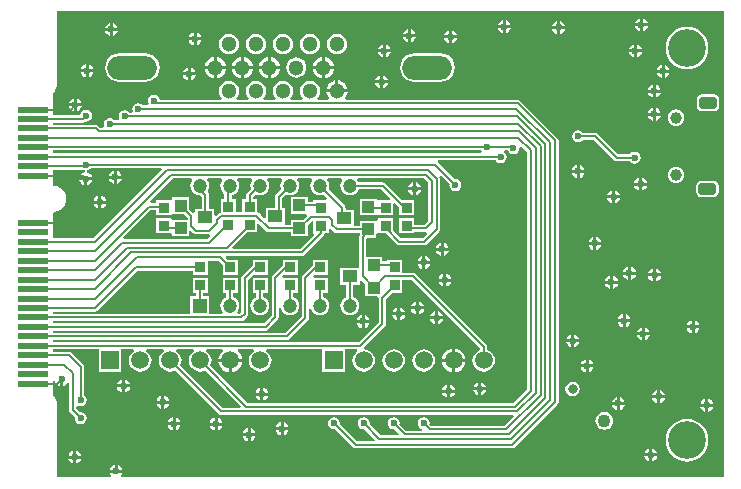
<source format=gbl>
G04 Layer_Physical_Order=2*
G04 Layer_Color=16711680*
%FSLAX25Y25*%
%MOIN*%
G70*
G01*
G75*
%ADD13R,0.03500X0.03500*%
%ADD18R,0.10039X0.02362*%
%ADD21C,0.00800*%
%ADD22C,0.12598*%
G04:AMPARAMS|DCode=23|XSize=59.06mil|YSize=39.37mil|CornerRadius=9.84mil|HoleSize=0mil|Usage=FLASHONLY|Rotation=0.000|XOffset=0mil|YOffset=0mil|HoleType=Round|Shape=RoundedRectangle|*
%AMROUNDEDRECTD23*
21,1,0.05906,0.01969,0,0,0.0*
21,1,0.03937,0.03937,0,0,0.0*
1,1,0.01969,0.01969,-0.00984*
1,1,0.01969,-0.01969,-0.00984*
1,1,0.01969,-0.01969,0.00984*
1,1,0.01969,0.01969,0.00984*
%
%ADD23ROUNDEDRECTD23*%
%ADD24R,0.04724X0.04724*%
%ADD25C,0.04724*%
%ADD26C,0.04331*%
%ADD27C,0.03150*%
%ADD28C,0.05906*%
%ADD29R,0.05906X0.05906*%
%ADD30O,0.16535X0.07874*%
%ADD31C,0.05118*%
%ADD32C,0.03937*%
%ADD33C,0.02362*%
%ADD34R,0.04000X0.04000*%
%ADD35R,0.05000X0.04000*%
G36*
X86296Y100097D02*
X86056Y99784D01*
X85739Y99020D01*
X85631Y98200D01*
X85739Y97380D01*
X86056Y96616D01*
X86559Y95959D01*
X87216Y95456D01*
X87980Y95139D01*
X88800Y95031D01*
X89620Y95139D01*
X90002Y95297D01*
X91270Y94029D01*
X91021Y93429D01*
X86671D01*
Y92903D01*
X84780D01*
Y94480D01*
X79220D01*
Y88920D01*
X84171D01*
X84420Y88320D01*
X83079Y86980D01*
X79220D01*
Y85203D01*
X77872D01*
X77280Y85220D01*
Y90780D01*
X76303D01*
Y94002D01*
X77598Y95297D01*
X77980Y95139D01*
X78800Y95031D01*
X79620Y95139D01*
X80384Y95456D01*
X81041Y95959D01*
X81544Y96616D01*
X81861Y97380D01*
X81969Y98200D01*
X81861Y99020D01*
X81544Y99784D01*
X81304Y100097D01*
X81600Y100697D01*
X86000D01*
X86296Y100097D01*
D02*
G37*
G36*
X223450Y149535D02*
Y7874D01*
Y1050D01*
X22905D01*
X22621Y1650D01*
X22955Y2149D01*
X23024Y2500D01*
X18776D01*
X18845Y2149D01*
X19179Y1650D01*
X18895Y1050D01*
X1050D01*
Y7874D01*
Y25994D01*
X1046Y26013D01*
X1060Y26120D01*
X954Y26924D01*
X644Y27673D01*
X150Y28316D01*
X0Y28432D01*
Y33018D01*
X600Y33077D01*
X646Y32849D01*
X1127Y32127D01*
X1849Y31645D01*
X2200Y31576D01*
Y33700D01*
X3200D01*
Y31576D01*
X3551Y31645D01*
X4273Y32127D01*
X4597Y32614D01*
X5197Y32432D01*
Y23500D01*
X5289Y23040D01*
X5550Y22650D01*
X7150Y21049D01*
X7101Y20800D01*
X7253Y20035D01*
X7687Y19387D01*
X8335Y18953D01*
X9100Y18801D01*
X9865Y18953D01*
X10514Y19387D01*
X10947Y20035D01*
X11099Y20800D01*
X10947Y21565D01*
X10514Y22214D01*
X9865Y22647D01*
X9100Y22799D01*
X8851Y22750D01*
X7603Y23998D01*
Y24621D01*
X8203Y24942D01*
X8335Y24853D01*
X9100Y24701D01*
X9865Y24853D01*
X10514Y25286D01*
X10947Y25935D01*
X11099Y26700D01*
X10947Y27465D01*
X10514Y28113D01*
X10303Y28254D01*
Y37900D01*
X10211Y38360D01*
X9950Y38750D01*
X6102Y42599D01*
X5711Y42860D01*
X5251Y42951D01*
X0D01*
Y43696D01*
X15197D01*
Y36268D01*
X22661D01*
Y43696D01*
X26629D01*
X26833Y43096D01*
X26267Y42662D01*
X25669Y41882D01*
X25293Y40974D01*
X25165Y40000D01*
X25293Y39026D01*
X25669Y38118D01*
X26267Y37338D01*
X27047Y36740D01*
X27955Y36364D01*
X28929Y36235D01*
X29904Y36364D01*
X30811Y36740D01*
X31591Y37338D01*
X32189Y38118D01*
X32565Y39026D01*
X32694Y40000D01*
X32565Y40974D01*
X32189Y41882D01*
X31591Y42662D01*
X31026Y43096D01*
X31229Y43696D01*
X36629D01*
X36833Y43096D01*
X36267Y42662D01*
X35669Y41882D01*
X35293Y40974D01*
X35165Y40000D01*
X35293Y39026D01*
X35669Y38118D01*
X36267Y37338D01*
X37047Y36740D01*
X37955Y36364D01*
X38929Y36235D01*
X39904Y36364D01*
X40583Y36645D01*
X55079Y22150D01*
X55469Y21889D01*
X55929Y21797D01*
X153138D01*
X153368Y21243D01*
X150346Y18222D01*
X125979D01*
X125350Y18851D01*
X125399Y19100D01*
X125247Y19865D01*
X124813Y20514D01*
X124165Y20947D01*
X123400Y21099D01*
X122635Y20947D01*
X121986Y20514D01*
X121553Y19865D01*
X121401Y19100D01*
X121553Y18335D01*
X121986Y17686D01*
X122635Y17253D01*
X122794Y17221D01*
X122735Y16622D01*
X117579D01*
X115350Y18851D01*
X115399Y19100D01*
X115247Y19865D01*
X114813Y20514D01*
X114165Y20947D01*
X113400Y21099D01*
X112635Y20947D01*
X111986Y20514D01*
X111553Y19865D01*
X111401Y19100D01*
X111553Y18335D01*
X111986Y17686D01*
X112635Y17253D01*
X113400Y17101D01*
X113649Y17150D01*
X115223Y15576D01*
X114994Y15021D01*
X109179D01*
X105350Y18851D01*
X105399Y19100D01*
X105247Y19865D01*
X104814Y20514D01*
X104165Y20947D01*
X103400Y21099D01*
X102635Y20947D01*
X101987Y20514D01*
X101553Y19865D01*
X101401Y19100D01*
X101553Y18335D01*
X101987Y17686D01*
X102635Y17253D01*
X103400Y17101D01*
X103649Y17150D01*
X107142Y13657D01*
X106913Y13103D01*
X101198D01*
X95450Y18851D01*
X95499Y19100D01*
X95347Y19865D01*
X94914Y20514D01*
X94265Y20947D01*
X93500Y21099D01*
X92735Y20947D01*
X92086Y20514D01*
X91653Y19865D01*
X91501Y19100D01*
X91653Y18335D01*
X92086Y17686D01*
X92735Y17253D01*
X93500Y17101D01*
X93749Y17150D01*
X99850Y11050D01*
X100240Y10789D01*
X100700Y10697D01*
X152926D01*
X153386Y10789D01*
X153776Y11050D01*
X168019Y25293D01*
X168280Y25683D01*
X168371Y26143D01*
Y113345D01*
X168280Y113805D01*
X168019Y114196D01*
X155664Y126550D01*
X155274Y126811D01*
X154814Y126903D01*
X97430D01*
X97188Y127503D01*
X97621Y128067D01*
X97980Y128933D01*
X98036Y129362D01*
X90989D01*
X91045Y128933D01*
X91404Y128067D01*
X91837Y127503D01*
X91595Y126903D01*
X88110D01*
X87910Y127402D01*
X87895Y127503D01*
X88413Y128179D01*
X88750Y128991D01*
X88864Y129862D01*
X88750Y130734D01*
X88413Y131546D01*
X87878Y132243D01*
X87181Y132778D01*
X86369Y133115D01*
X85497Y133230D01*
X84626Y133115D01*
X83813Y132778D01*
X83116Y132243D01*
X82581Y131546D01*
X82244Y130734D01*
X82130Y129862D01*
X82244Y128991D01*
X82581Y128179D01*
X83099Y127503D01*
X83084Y127402D01*
X82884Y126903D01*
X79094D01*
X78894Y127402D01*
X78879Y127503D01*
X79397Y128179D01*
X79734Y128991D01*
X79849Y129862D01*
X79734Y130734D01*
X79397Y131546D01*
X78862Y132243D01*
X78165Y132778D01*
X77353Y133115D01*
X76481Y133230D01*
X75610Y133115D01*
X74797Y132778D01*
X74100Y132243D01*
X73565Y131546D01*
X73229Y130734D01*
X73114Y129862D01*
X73229Y128991D01*
X73565Y128179D01*
X74084Y127503D01*
X74068Y127402D01*
X73868Y126903D01*
X70078D01*
X69878Y127402D01*
X69863Y127503D01*
X70382Y128179D01*
X70718Y128991D01*
X70833Y129862D01*
X70718Y130734D01*
X70382Y131546D01*
X69846Y132243D01*
X69149Y132778D01*
X68337Y133115D01*
X67465Y133230D01*
X66594Y133115D01*
X65782Y132778D01*
X65084Y132243D01*
X64549Y131546D01*
X64213Y130734D01*
X64098Y129862D01*
X64213Y128991D01*
X64549Y128179D01*
X65068Y127503D01*
X65053Y127402D01*
X64852Y126903D01*
X61063D01*
X60862Y127402D01*
X60847Y127503D01*
X61366Y128179D01*
X61702Y128991D01*
X61817Y129862D01*
X61702Y130734D01*
X61366Y131546D01*
X60831Y132243D01*
X60133Y132778D01*
X59321Y133115D01*
X58450Y133230D01*
X57578Y133115D01*
X56766Y132778D01*
X56068Y132243D01*
X55533Y131546D01*
X55197Y130734D01*
X55082Y129862D01*
X55197Y128991D01*
X55533Y128179D01*
X56052Y127503D01*
X56037Y127402D01*
X55837Y126903D01*
X35439D01*
X35347Y127365D01*
X34914Y128014D01*
X34265Y128447D01*
X33500Y128599D01*
X32735Y128447D01*
X32087Y128014D01*
X31653Y127365D01*
X31501Y126600D01*
X31653Y125835D01*
X31742Y125703D01*
X31421Y125103D01*
X29788D01*
X29713Y125214D01*
X29065Y125647D01*
X28300Y125799D01*
X27535Y125647D01*
X26886Y125214D01*
X26453Y124565D01*
X26301Y123800D01*
X26420Y123203D01*
X26075Y122603D01*
X25254D01*
X25113Y122813D01*
X24465Y123247D01*
X23700Y123399D01*
X22935Y123247D01*
X22287Y122813D01*
X21853Y122165D01*
X21701Y121400D01*
X21840Y120703D01*
X21792Y120513D01*
X21572Y120103D01*
X20354D01*
X20213Y120314D01*
X19565Y120747D01*
X18800Y120899D01*
X18035Y120747D01*
X17387Y120314D01*
X16953Y119665D01*
X16801Y118900D01*
X16940Y118203D01*
X16892Y118013D01*
X16672Y117603D01*
X15538D01*
X14950Y118190D01*
X14560Y118450D01*
X14100Y118542D01*
X0D01*
Y119286D01*
X9789D01*
X10249Y119378D01*
X10639Y119639D01*
X10651Y119650D01*
X10900Y119601D01*
X11665Y119753D01*
X12314Y120186D01*
X12747Y120835D01*
X12899Y121600D01*
X12747Y122365D01*
X12314Y123013D01*
X11665Y123447D01*
X10900Y123599D01*
X10135Y123447D01*
X9487Y123013D01*
X9053Y122365D01*
X8919Y121692D01*
X0D01*
Y129165D01*
X81Y129227D01*
X616Y129925D01*
X953Y130738D01*
X1022Y131259D01*
X1050Y131400D01*
Y156450D01*
X223450D01*
Y149535D01*
D02*
G37*
G36*
X76296Y100097D02*
X76056Y99784D01*
X75739Y99020D01*
X75631Y98200D01*
X75739Y97380D01*
X75897Y96998D01*
X74250Y95350D01*
X73989Y94960D01*
X73897Y94500D01*
Y90780D01*
X70720D01*
Y87567D01*
X70166Y87338D01*
X69173Y88331D01*
X69106Y88665D01*
X68846Y89055D01*
X68455Y89316D01*
X67995Y89407D01*
X67930D01*
Y93730D01*
X66603D01*
Y94502D01*
X67457Y95356D01*
X67980Y95139D01*
X68800Y95031D01*
X69620Y95139D01*
X70384Y95456D01*
X71041Y95959D01*
X71544Y96616D01*
X71861Y97380D01*
X71969Y98200D01*
X71861Y99020D01*
X71544Y99784D01*
X71304Y100097D01*
X71600Y100697D01*
X76000D01*
X76296Y100097D01*
D02*
G37*
G36*
X66296D02*
X66056Y99784D01*
X65739Y99020D01*
X65631Y98200D01*
X65739Y97380D01*
X65839Y97140D01*
X64550Y95850D01*
X64289Y95460D01*
X64197Y95000D01*
Y93730D01*
X62871D01*
Y89407D01*
X60830D01*
Y93784D01*
X59403D01*
Y95110D01*
X59620Y95139D01*
X60384Y95456D01*
X61041Y95959D01*
X61544Y96616D01*
X61861Y97380D01*
X61969Y98200D01*
X61861Y99020D01*
X61544Y99784D01*
X61304Y100097D01*
X61600Y100697D01*
X66000D01*
X66296Y100097D01*
D02*
G37*
G36*
X124997Y99302D02*
Y86498D01*
X123702Y85203D01*
X120229D01*
Y87429D01*
X115171D01*
Y82371D01*
X120229D01*
Y82797D01*
X124200D01*
X124260Y82809D01*
X124556Y82256D01*
X123102Y80803D01*
X115798D01*
X113230Y83371D01*
Y87429D01*
X108170D01*
Y86743D01*
X107679Y86480D01*
X102120D01*
Y84903D01*
X100180D01*
Y90280D01*
X97403D01*
Y90800D01*
X97311Y91260D01*
X97050Y91650D01*
X91703Y96998D01*
X91861Y97380D01*
X91969Y98200D01*
X91861Y99020D01*
X91544Y99784D01*
X91304Y100097D01*
X91600Y100697D01*
X96000D01*
X96296Y100097D01*
X96056Y99784D01*
X95739Y99020D01*
X95631Y98200D01*
X95739Y97380D01*
X96056Y96616D01*
X96559Y95959D01*
X97216Y95456D01*
X97980Y95139D01*
X98800Y95031D01*
X99620Y95139D01*
X100384Y95456D01*
X101041Y95959D01*
X101544Y96616D01*
X101702Y96997D01*
X109202D01*
X112215Y93984D01*
X111986Y93429D01*
X108170D01*
X107679Y93693D01*
Y93980D01*
X102120D01*
Y88420D01*
X107679D01*
Y88420D01*
X108170Y88370D01*
Y88371D01*
X108259Y88371D01*
X113230D01*
Y92186D01*
X113784Y92415D01*
X115171Y91029D01*
Y88371D01*
X120229D01*
Y93429D01*
X116171D01*
X110550Y99050D01*
X110160Y99311D01*
X109700Y99403D01*
X101702D01*
X101544Y99784D01*
X101304Y100097D01*
X101600Y100697D01*
X123602D01*
X124997Y99302D01*
D02*
G37*
G36*
X157966Y109533D02*
Y30367D01*
X153402Y25803D01*
X64827D01*
X52284Y38346D01*
X52565Y39026D01*
X52694Y40000D01*
X52565Y40974D01*
X52189Y41882D01*
X51591Y42662D01*
X51026Y43096D01*
X51229Y43696D01*
X56267D01*
X56471Y43096D01*
X56110Y42819D01*
X55476Y41993D01*
X55078Y41032D01*
X55008Y40500D01*
X62850D01*
X62780Y41032D01*
X62382Y41993D01*
X61748Y42819D01*
X61388Y43096D01*
X61592Y43696D01*
X66629D01*
X66833Y43096D01*
X66267Y42662D01*
X65669Y41882D01*
X65293Y40974D01*
X65165Y40000D01*
X65293Y39026D01*
X65669Y38118D01*
X66267Y37338D01*
X67047Y36740D01*
X67955Y36364D01*
X68929Y36235D01*
X69903Y36364D01*
X70811Y36740D01*
X71591Y37338D01*
X72189Y38118D01*
X72565Y39026D01*
X72694Y40000D01*
X72565Y40974D01*
X72189Y41882D01*
X71591Y42662D01*
X71026Y43096D01*
X71229Y43696D01*
X89668D01*
Y36268D01*
X97132D01*
Y43696D01*
X101100D01*
X101304Y43096D01*
X100738Y42662D01*
X100140Y41882D01*
X99764Y40974D01*
X99635Y40000D01*
X99764Y39026D01*
X100140Y38118D01*
X100738Y37338D01*
X101518Y36740D01*
X102426Y36364D01*
X103400Y36235D01*
X104374Y36364D01*
X105282Y36740D01*
X106062Y37338D01*
X106660Y38118D01*
X107036Y39026D01*
X107165Y40000D01*
X107036Y40974D01*
X106660Y41882D01*
X106062Y42662D01*
X105282Y43260D01*
X104374Y43636D01*
X103677Y43728D01*
X103454Y44353D01*
X110525Y51425D01*
X110786Y51815D01*
X110878Y52275D01*
Y60427D01*
X112971Y62520D01*
X116330D01*
Y66797D01*
X119502D01*
X142197Y44102D01*
Y43542D01*
X141518Y43260D01*
X140738Y42662D01*
X140140Y41882D01*
X139764Y40974D01*
X139636Y40000D01*
X139764Y39026D01*
X140140Y38118D01*
X140738Y37338D01*
X141518Y36740D01*
X142426Y36364D01*
X143400Y36235D01*
X144374Y36364D01*
X145282Y36740D01*
X146062Y37338D01*
X146660Y38118D01*
X147036Y39026D01*
X147164Y40000D01*
X147036Y40974D01*
X146660Y41882D01*
X146062Y42662D01*
X145282Y43260D01*
X144603Y43542D01*
Y44600D01*
X144511Y45060D01*
X144250Y45450D01*
X120850Y68850D01*
X120460Y69111D01*
X120000Y69203D01*
X116330D01*
Y73580D01*
X111270D01*
Y73003D01*
X109580D01*
Y74580D01*
X104303D01*
Y80602D01*
X104621Y80920D01*
X107679D01*
Y82107D01*
X108170Y82371D01*
X110829D01*
X114450Y78750D01*
X114840Y78489D01*
X115300Y78397D01*
X123600D01*
X124060Y78489D01*
X124450Y78750D01*
X128650Y82950D01*
X128911Y83340D01*
X129003Y83800D01*
Y100463D01*
X128911Y100923D01*
X128650Y101313D01*
X129084Y101716D01*
X132050Y98749D01*
X132001Y98500D01*
X132153Y97735D01*
X132587Y97087D01*
X133235Y96653D01*
X134000Y96501D01*
X134765Y96653D01*
X135414Y97087D01*
X135847Y97735D01*
X135999Y98500D01*
X135847Y99265D01*
X135414Y99914D01*
X134765Y100347D01*
X134000Y100499D01*
X133751Y100450D01*
X128113Y106088D01*
X128151Y106346D01*
X128326Y106688D01*
X147485D01*
X147687Y106386D01*
X148335Y105953D01*
X149100Y105801D01*
X149865Y105953D01*
X150514Y106386D01*
X150947Y107035D01*
X151099Y107800D01*
X150947Y108565D01*
X150514Y109213D01*
X150238Y109397D01*
X150420Y109997D01*
X151478D01*
X151886Y109387D01*
X152535Y108953D01*
X153300Y108801D01*
X154065Y108953D01*
X154713Y109387D01*
X155147Y110035D01*
X155299Y110800D01*
X155274Y110925D01*
X155754Y111590D01*
X155893Y111607D01*
X157966Y109533D01*
D02*
G37*
G36*
X142900Y109693D02*
X142632Y109093D01*
X0D01*
Y109997D01*
X142658D01*
X142900Y109693D01*
D02*
G37*
G36*
X36142Y103543D02*
X13346Y80747D01*
X0D01*
Y89066D01*
X27Y89647D01*
X1129Y89793D01*
X2156Y90218D01*
X3039Y90895D01*
X3715Y91777D01*
X4141Y92804D01*
X4286Y93907D01*
X4141Y95009D01*
X3715Y96036D01*
X3039Y96919D01*
X2156Y97596D01*
X2154Y97597D01*
X2139Y97608D01*
X1110Y98034D01*
X6Y98179D01*
X0Y98185D01*
Y103538D01*
X9978D01*
X10062Y103502D01*
X10135Y103453D01*
X10208Y103439D01*
X10406Y103353D01*
X10447Y102754D01*
X9949Y102655D01*
X9228Y102173D01*
X8745Y101451D01*
X8676Y101100D01*
X12924D01*
X12855Y101451D01*
X12372Y102173D01*
X11651Y102655D01*
X11188Y102747D01*
Y103358D01*
X11665Y103453D01*
X12314Y103886D01*
X12454Y104097D01*
X35913D01*
X36142Y103543D01*
D02*
G37*
G36*
X46833Y43096D02*
X46267Y42662D01*
X45669Y41882D01*
X45293Y40974D01*
X45165Y40000D01*
X45293Y39026D01*
X45669Y38118D01*
X46267Y37338D01*
X47047Y36740D01*
X47955Y36364D01*
X48929Y36235D01*
X49904Y36364D01*
X50583Y36645D01*
X62471Y24757D01*
X62242Y24203D01*
X56427D01*
X42284Y38346D01*
X42565Y39026D01*
X42694Y40000D01*
X42565Y40974D01*
X42189Y41882D01*
X41591Y42662D01*
X41026Y43096D01*
X41229Y43696D01*
X46629D01*
X46833Y43096D01*
D02*
G37*
G36*
X93550Y82850D02*
X93940Y82589D01*
X94400Y82497D01*
X102120D01*
Y81757D01*
X101989Y81560D01*
X101897Y81100D01*
Y70880D01*
X95521D01*
Y65320D01*
X97597D01*
Y61102D01*
X97216Y60944D01*
X96559Y60441D01*
X96056Y59784D01*
X95739Y59020D01*
X95631Y58200D01*
X95739Y57380D01*
X96056Y56616D01*
X96559Y55959D01*
X97216Y55456D01*
X97980Y55139D01*
X98800Y55031D01*
X99620Y55139D01*
X100384Y55456D01*
X101041Y55959D01*
X101544Y56616D01*
X101861Y57380D01*
X101969Y58200D01*
X101861Y59020D01*
X101544Y59784D01*
X101041Y60441D01*
X100384Y60944D01*
X100003Y61102D01*
Y65320D01*
X102079D01*
Y66471D01*
X102680Y66720D01*
X104021Y65379D01*
Y61520D01*
X107988D01*
X108472Y60925D01*
Y52773D01*
X101800Y46101D01*
X0D01*
Y46845D01*
X77748D01*
X78208Y46937D01*
X78598Y47198D01*
X84850Y53450D01*
X85111Y53840D01*
X85203Y54300D01*
Y57107D01*
X85803Y57227D01*
X86056Y56616D01*
X86559Y55959D01*
X87216Y55456D01*
X87980Y55139D01*
X88800Y55031D01*
X89620Y55139D01*
X90384Y55456D01*
X91041Y55959D01*
X91544Y56616D01*
X91861Y57380D01*
X91969Y58200D01*
X91861Y59020D01*
X91544Y59784D01*
X91041Y60441D01*
X90384Y60944D01*
X90003Y61102D01*
Y62520D01*
X91430D01*
Y67580D01*
X86757D01*
X86515Y68132D01*
X86823Y68520D01*
X91430D01*
Y73580D01*
X86370D01*
Y71571D01*
X83150Y68350D01*
X82889Y67960D01*
X82797Y67500D01*
Y54798D01*
X77250Y49251D01*
X0D01*
Y49995D01*
X70698D01*
X71158Y50086D01*
X71548Y50347D01*
X74750Y53550D01*
X75011Y53940D01*
X75103Y54400D01*
Y57618D01*
X75703Y57657D01*
X75739Y57380D01*
X76056Y56616D01*
X76559Y55959D01*
X77216Y55456D01*
X77980Y55139D01*
X78800Y55031D01*
X79620Y55139D01*
X80384Y55456D01*
X81041Y55959D01*
X81544Y56616D01*
X81861Y57380D01*
X81969Y58200D01*
X81861Y59020D01*
X81544Y59784D01*
X81041Y60441D01*
X80384Y60944D01*
X80003Y61102D01*
Y62520D01*
X81429D01*
Y67580D01*
X76529D01*
X76217Y68116D01*
X76621Y68520D01*
X81429D01*
Y73580D01*
X76371D01*
Y71671D01*
X73050Y68350D01*
X72789Y67960D01*
X72697Y67500D01*
Y54898D01*
X70200Y52400D01*
X0D01*
Y53145D01*
X62647D01*
X63107Y53236D01*
X63498Y53497D01*
X64650Y54650D01*
X64911Y55040D01*
X65003Y55500D01*
Y66902D01*
X65834Y67733D01*
X66370Y67421D01*
X66370Y67045D01*
Y62520D01*
X67597D01*
Y61102D01*
X67216Y60944D01*
X66559Y60441D01*
X66056Y59784D01*
X65739Y59020D01*
X65631Y58200D01*
X65739Y57380D01*
X66056Y56616D01*
X66559Y55959D01*
X67216Y55456D01*
X67980Y55139D01*
X68800Y55031D01*
X69620Y55139D01*
X70384Y55456D01*
X71041Y55959D01*
X71544Y56616D01*
X71861Y57380D01*
X71969Y58200D01*
X71861Y59020D01*
X71544Y59784D01*
X71041Y60441D01*
X70384Y60944D01*
X70003Y61102D01*
Y62520D01*
X71430D01*
Y67580D01*
X66947D01*
X66529Y67580D01*
X66217Y68116D01*
X66621Y68520D01*
X71430D01*
Y73580D01*
X66370D01*
Y71671D01*
X62950Y68250D01*
X62689Y67860D01*
X62597Y67400D01*
Y55998D01*
X62149Y55550D01*
X61440D01*
X61187Y56150D01*
X61544Y56616D01*
X61861Y57380D01*
X61969Y58200D01*
X61861Y59020D01*
X61544Y59784D01*
X61041Y60441D01*
X60384Y60944D01*
X60003Y61102D01*
Y62520D01*
X61430D01*
Y67580D01*
X56371D01*
Y62520D01*
X57597D01*
Y61102D01*
X57216Y60944D01*
X56559Y60441D01*
X56056Y59784D01*
X55739Y59020D01*
X55631Y58200D01*
X55739Y57380D01*
X56056Y56616D01*
X56413Y56150D01*
X56160Y55550D01*
X51942D01*
Y61342D01*
X50003D01*
Y62520D01*
X51429D01*
Y67580D01*
X46371D01*
Y62520D01*
X47597D01*
Y61342D01*
X45658D01*
Y55550D01*
X0D01*
Y56294D01*
X13897D01*
X14357Y56386D01*
X14747Y56646D01*
X27948Y69847D01*
X46371D01*
Y68520D01*
X51429D01*
Y73197D01*
X55052D01*
X56371Y71879D01*
Y68520D01*
X61430D01*
Y73580D01*
X58071D01*
X57408Y74243D01*
X57637Y74797D01*
X82700D01*
X83160Y74889D01*
X83550Y75150D01*
X90050Y81650D01*
X90311Y82040D01*
X90377Y82371D01*
X91729D01*
Y83821D01*
X92330Y84070D01*
X93550Y82850D01*
D02*
G37*
G36*
X46296Y100097D02*
X46056Y99784D01*
X45739Y99020D01*
X45631Y98200D01*
X45739Y97380D01*
X46056Y96616D01*
X46559Y95959D01*
X47216Y95456D01*
X47980Y95139D01*
X48800Y95031D01*
X48941Y95050D01*
X49397Y94630D01*
Y90630D01*
X47120D01*
Y89479D01*
X46521Y89230D01*
X45180Y90571D01*
Y94429D01*
X39621D01*
Y93909D01*
X39329Y93429D01*
X34271D01*
Y92503D01*
X32452D01*
X32203Y93103D01*
X39798Y100697D01*
X46000D01*
X46296Y100097D01*
D02*
G37*
G36*
X34271Y88371D02*
X39329D01*
Y88391D01*
X39621Y88871D01*
X43479D01*
X44797Y87552D01*
Y86930D01*
X39621D01*
X39329Y87409D01*
Y87429D01*
X34271D01*
Y82371D01*
X39329D01*
X39621Y81891D01*
Y81371D01*
X45180D01*
Y83036D01*
X45734Y83265D01*
X46650Y82350D01*
X47040Y82089D01*
X47500Y81997D01*
X51947D01*
X51948Y81998D01*
X52244Y81445D01*
X51202Y80403D01*
X23552D01*
X23303Y81003D01*
X32398Y90097D01*
X34271D01*
Y88371D01*
D02*
G37*
G36*
X86671Y86389D02*
Y82371D01*
X86671D01*
X86875Y81876D01*
X82202Y77203D01*
X59887D01*
X59658Y77757D01*
X64571Y82670D01*
X67930D01*
Y85389D01*
X68484Y85618D01*
X70953Y83150D01*
X71343Y82889D01*
X71803Y82797D01*
X79220D01*
Y81420D01*
X84780D01*
Y85279D01*
X86071Y86570D01*
X86671Y86389D01*
D02*
G37*
G36*
X56296Y100097D02*
X56056Y99784D01*
X55739Y99020D01*
X55631Y98200D01*
X55739Y97380D01*
X56056Y96616D01*
X56559Y95959D01*
X56997Y95623D01*
Y93784D01*
X55770D01*
Y89381D01*
X55445Y89316D01*
X55054Y89055D01*
X54280Y88280D01*
X53680Y88529D01*
Y90630D01*
X51803D01*
Y95200D01*
X51711Y95660D01*
X51450Y96050D01*
X51258Y96243D01*
X51544Y96616D01*
X51861Y97380D01*
X51969Y98200D01*
X51861Y99020D01*
X51544Y99784D01*
X51304Y100097D01*
X51600Y100697D01*
X56000D01*
X56296Y100097D01*
D02*
G37*
%LPC*%
G36*
X213700Y53324D02*
Y51700D01*
X215324D01*
X215255Y52051D01*
X214773Y52772D01*
X214051Y53254D01*
X213700Y53324D01*
D02*
G37*
G36*
X127200Y53800D02*
X125576D01*
X125645Y53449D01*
X126128Y52728D01*
X126849Y52245D01*
X127200Y52176D01*
Y53800D01*
D02*
G37*
G36*
X212700Y53324D02*
X212349Y53254D01*
X211628Y52772D01*
X211145Y52051D01*
X211076Y51700D01*
X212700D01*
Y53324D01*
D02*
G37*
G36*
X105324Y52500D02*
X103700D01*
Y50876D01*
X104051Y50945D01*
X104772Y51428D01*
X105254Y52149D01*
X105324Y52500D01*
D02*
G37*
G36*
X102700D02*
X101076D01*
X101146Y52149D01*
X101628Y51428D01*
X102349Y50945D01*
X102700Y50876D01*
Y52500D01*
D02*
G37*
G36*
X192324Y52800D02*
X190700D01*
Y51176D01*
X191051Y51245D01*
X191772Y51727D01*
X192254Y52449D01*
X192324Y52800D01*
D02*
G37*
G36*
X189700D02*
X188076D01*
X188145Y52449D01*
X188628Y51727D01*
X189349Y51245D01*
X189700Y51176D01*
Y52800D01*
D02*
G37*
G36*
X117224Y55000D02*
X115600D01*
Y53376D01*
X115951Y53446D01*
X116673Y53927D01*
X117155Y54649D01*
X117224Y55000D01*
D02*
G37*
G36*
X102700Y55124D02*
X102349Y55054D01*
X101628Y54572D01*
X101146Y53851D01*
X101076Y53500D01*
X102700D01*
Y55124D01*
D02*
G37*
G36*
X103700D02*
Y53500D01*
X105324D01*
X105254Y53851D01*
X104772Y54572D01*
X104051Y55054D01*
X103700Y55124D01*
D02*
G37*
G36*
X114600Y55000D02*
X112976D01*
X113046Y54649D01*
X113528Y53927D01*
X114249Y53446D01*
X114600Y53376D01*
Y55000D01*
D02*
G37*
G36*
X129824Y53800D02*
X128200D01*
Y52176D01*
X128551Y52245D01*
X129272Y52728D01*
X129754Y53449D01*
X129824Y53800D01*
D02*
G37*
G36*
X129100Y76600D02*
X127476D01*
X127545Y76249D01*
X128027Y75528D01*
X128749Y75046D01*
X129100Y74976D01*
Y76600D01*
D02*
G37*
G36*
X124000Y74824D02*
Y73200D01*
X125624D01*
X125555Y73551D01*
X125073Y74273D01*
X124351Y74755D01*
X124000Y74824D01*
D02*
G37*
G36*
X172600Y46100D02*
X170976D01*
X171045Y45749D01*
X171528Y45028D01*
X172249Y44545D01*
X172600Y44476D01*
Y46100D01*
D02*
G37*
G36*
X175224D02*
X173600D01*
Y44476D01*
X173951Y44545D01*
X174672Y45028D01*
X175154Y45749D01*
X175224Y46100D01*
D02*
G37*
G36*
X196100Y48400D02*
X194476D01*
X194545Y48049D01*
X195027Y47328D01*
X195749Y46845D01*
X196100Y46776D01*
Y48400D01*
D02*
G37*
G36*
X133900Y43921D02*
Y40500D01*
X137321D01*
X137251Y41032D01*
X136853Y41993D01*
X136219Y42819D01*
X135393Y43453D01*
X134432Y43851D01*
X133900Y43921D01*
D02*
G37*
G36*
X177400Y40324D02*
X177049Y40255D01*
X176328Y39772D01*
X175846Y39051D01*
X175776Y38700D01*
X177400D01*
Y40324D01*
D02*
G37*
G36*
X178400D02*
Y38700D01*
X180024D01*
X179955Y39051D01*
X179472Y39772D01*
X178751Y40255D01*
X178400Y40324D01*
D02*
G37*
G36*
X132900Y43921D02*
X132368Y43851D01*
X131407Y43453D01*
X130581Y42819D01*
X129947Y41993D01*
X129549Y41032D01*
X129479Y40500D01*
X132900D01*
Y43921D01*
D02*
G37*
G36*
X215324Y50700D02*
X213700D01*
Y49076D01*
X214051Y49145D01*
X214773Y49628D01*
X215255Y50349D01*
X215324Y50700D01*
D02*
G37*
G36*
X196100Y51024D02*
X195749Y50955D01*
X195027Y50472D01*
X194545Y49751D01*
X194476Y49400D01*
X196100D01*
Y51024D01*
D02*
G37*
G36*
X197100D02*
Y49400D01*
X198724D01*
X198654Y49751D01*
X198172Y50472D01*
X197451Y50955D01*
X197100Y51024D01*
D02*
G37*
G36*
X212700Y50700D02*
X211076D01*
X211145Y50349D01*
X211628Y49628D01*
X212349Y49145D01*
X212700Y49076D01*
Y50700D01*
D02*
G37*
G36*
X198724Y48400D02*
X197100D01*
Y46776D01*
X197451Y46845D01*
X198172Y47328D01*
X198654Y48049D01*
X198724Y48400D01*
D02*
G37*
G36*
X172600Y48724D02*
X172249Y48655D01*
X171528Y48173D01*
X171045Y47451D01*
X170976Y47100D01*
X172600D01*
Y48724D01*
D02*
G37*
G36*
X173600D02*
Y47100D01*
X175224D01*
X175154Y47451D01*
X174672Y48173D01*
X173951Y48655D01*
X173600Y48724D01*
D02*
G37*
G36*
X189700Y55424D02*
X189349Y55354D01*
X188628Y54873D01*
X188145Y54151D01*
X188076Y53800D01*
X189700D01*
Y55424D01*
D02*
G37*
G36*
X202524Y68000D02*
X200900D01*
Y66376D01*
X201251Y66445D01*
X201973Y66927D01*
X202454Y67649D01*
X202524Y68000D01*
D02*
G37*
G36*
X185500Y68224D02*
X185149Y68155D01*
X184427Y67672D01*
X183946Y66951D01*
X183876Y66600D01*
X185500D01*
Y68224D01*
D02*
G37*
G36*
X191500Y71224D02*
X191149Y71154D01*
X190427Y70673D01*
X189945Y69951D01*
X189876Y69600D01*
X191500D01*
Y71224D01*
D02*
G37*
G36*
X192500D02*
Y69600D01*
X194124D01*
X194054Y69951D01*
X193572Y70673D01*
X192851Y71154D01*
X192500Y71224D01*
D02*
G37*
G36*
X130000Y66300D02*
X128376D01*
X128445Y65949D01*
X128928Y65228D01*
X129649Y64745D01*
X130000Y64676D01*
Y66300D01*
D02*
G37*
G36*
X132624D02*
X131000D01*
Y64676D01*
X131351Y64745D01*
X132072Y65228D01*
X132554Y65949D01*
X132624Y66300D01*
D02*
G37*
G36*
X199900Y68000D02*
X198276D01*
X198345Y67649D01*
X198828Y66927D01*
X199549Y66445D01*
X199900Y66376D01*
Y68000D01*
D02*
G37*
G36*
X131000Y68924D02*
Y67300D01*
X132624D01*
X132554Y67651D01*
X132072Y68372D01*
X131351Y68854D01*
X131000Y68924D01*
D02*
G37*
G36*
X199900Y70624D02*
X199549Y70555D01*
X198828Y70073D01*
X198345Y69351D01*
X198276Y69000D01*
X199900D01*
Y70624D01*
D02*
G37*
G36*
X200900D02*
Y69000D01*
X202524D01*
X202454Y69351D01*
X201973Y70073D01*
X201251Y70555D01*
X200900Y70624D01*
D02*
G37*
G36*
X130000Y68924D02*
X129649Y68854D01*
X128928Y68372D01*
X128445Y67651D01*
X128376Y67300D01*
X130000D01*
Y68924D01*
D02*
G37*
G36*
X186500Y68224D02*
Y66600D01*
X188124D01*
X188055Y66951D01*
X187573Y67672D01*
X186851Y68155D01*
X186500Y68224D01*
D02*
G37*
G36*
X191500Y68600D02*
X189876D01*
X189945Y68249D01*
X190427Y67528D01*
X191149Y67045D01*
X191500Y66976D01*
Y68600D01*
D02*
G37*
G36*
X194124D02*
X192500D01*
Y66976D01*
X192851Y67045D01*
X193572Y67528D01*
X194054Y68249D01*
X194124Y68600D01*
D02*
G37*
G36*
X125624Y72200D02*
X124000D01*
Y70576D01*
X124351Y70645D01*
X125073Y71127D01*
X125555Y71849D01*
X125624Y72200D01*
D02*
G37*
G36*
X120900Y57000D02*
X119276D01*
X119345Y56649D01*
X119827Y55927D01*
X120549Y55445D01*
X120900Y55376D01*
Y57000D01*
D02*
G37*
G36*
X123000Y72200D02*
X121376D01*
X121446Y71849D01*
X121927Y71127D01*
X122649Y70645D01*
X123000Y70576D01*
Y72200D01*
D02*
G37*
G36*
X128200Y56424D02*
Y54800D01*
X129824D01*
X129754Y55151D01*
X129272Y55872D01*
X128551Y56354D01*
X128200Y56424D01*
D02*
G37*
G36*
X123000Y74824D02*
X122649Y74755D01*
X121927Y74273D01*
X121446Y73551D01*
X121376Y73200D01*
X123000D01*
Y74824D01*
D02*
G37*
G36*
X190700Y55424D02*
Y53800D01*
X192324D01*
X192254Y54151D01*
X191772Y54873D01*
X191051Y55354D01*
X190700Y55424D01*
D02*
G37*
G36*
X127200Y56424D02*
X126849Y56354D01*
X126128Y55872D01*
X125645Y55151D01*
X125576Y54800D01*
X127200D01*
Y56424D01*
D02*
G37*
G36*
X121900Y59624D02*
Y58000D01*
X123524D01*
X123454Y58351D01*
X122973Y59073D01*
X122251Y59554D01*
X121900Y59624D01*
D02*
G37*
G36*
X185500Y65600D02*
X183876D01*
X183946Y65249D01*
X184427Y64527D01*
X185149Y64046D01*
X185500Y63976D01*
Y65600D01*
D02*
G37*
G36*
X188124D02*
X186500D01*
Y63976D01*
X186851Y64046D01*
X187573Y64527D01*
X188055Y65249D01*
X188124Y65600D01*
D02*
G37*
G36*
X120900Y59624D02*
X120549Y59554D01*
X119827Y59073D01*
X119345Y58351D01*
X119276Y58000D01*
X120900D01*
Y59624D01*
D02*
G37*
G36*
X123524Y57000D02*
X121900D01*
Y55376D01*
X122251Y55445D01*
X122973Y55927D01*
X123454Y56649D01*
X123524Y57000D01*
D02*
G37*
G36*
X114600Y57624D02*
X114249Y57555D01*
X113528Y57073D01*
X113046Y56351D01*
X112976Y56000D01*
X114600D01*
Y57624D01*
D02*
G37*
G36*
X115600D02*
Y56000D01*
X117224D01*
X117155Y56351D01*
X116673Y57073D01*
X115951Y57555D01*
X115600Y57624D01*
D02*
G37*
G36*
X75700Y19424D02*
X75349Y19355D01*
X74628Y18872D01*
X74146Y18151D01*
X74076Y17800D01*
X75700D01*
Y19424D01*
D02*
G37*
G36*
X183643Y22856D02*
X182874Y22755D01*
X182158Y22458D01*
X181542Y21986D01*
X181070Y21371D01*
X180773Y20654D01*
X180672Y19886D01*
X180773Y19117D01*
X181070Y18401D01*
X181542Y17785D01*
X182158Y17313D01*
X182874Y17017D01*
X183643Y16915D01*
X184411Y17017D01*
X185128Y17313D01*
X185743Y17785D01*
X186215Y18401D01*
X186512Y19117D01*
X186613Y19886D01*
X186512Y20654D01*
X186215Y21371D01*
X185743Y21986D01*
X185128Y22458D01*
X184411Y22755D01*
X183643Y22856D01*
D02*
G37*
G36*
X53700Y20924D02*
X53349Y20855D01*
X52627Y20372D01*
X52145Y19651D01*
X52076Y19300D01*
X53700D01*
Y20924D01*
D02*
G37*
G36*
X76700Y19424D02*
Y17800D01*
X78324D01*
X78254Y18151D01*
X77772Y18872D01*
X77051Y19355D01*
X76700Y19424D01*
D02*
G37*
G36*
X56324Y18300D02*
X54700D01*
Y16676D01*
X55051Y16745D01*
X55773Y17228D01*
X56255Y17949D01*
X56324Y18300D01*
D02*
G37*
G36*
X53700D02*
X52076D01*
X52145Y17949D01*
X52627Y17228D01*
X53349Y16745D01*
X53700Y16676D01*
Y18300D01*
D02*
G37*
G36*
X42324Y18400D02*
X40700D01*
Y16776D01*
X41051Y16845D01*
X41772Y17327D01*
X42255Y18049D01*
X42324Y18400D01*
D02*
G37*
G36*
X39700D02*
X38076D01*
X38145Y18049D01*
X38627Y17327D01*
X39349Y16845D01*
X39700Y16776D01*
Y18400D01*
D02*
G37*
G36*
X54700Y20924D02*
Y19300D01*
X56324D01*
X56255Y19651D01*
X55773Y20372D01*
X55051Y20855D01*
X54700Y20924D01*
D02*
G37*
G36*
X190424Y25200D02*
X188800D01*
Y23576D01*
X189151Y23645D01*
X189873Y24127D01*
X190355Y24849D01*
X190424Y25200D01*
D02*
G37*
G36*
X187800D02*
X186176D01*
X186246Y24849D01*
X186727Y24127D01*
X187449Y23645D01*
X187800Y23576D01*
Y25200D01*
D02*
G37*
G36*
X38624Y25600D02*
X37000D01*
Y23976D01*
X37351Y24045D01*
X38072Y24528D01*
X38555Y25249D01*
X38624Y25600D01*
D02*
G37*
G36*
X36000D02*
X34376D01*
X34445Y25249D01*
X34927Y24528D01*
X35649Y24045D01*
X36000Y23976D01*
Y25600D01*
D02*
G37*
G36*
X40700Y21024D02*
Y19400D01*
X42324D01*
X42255Y19751D01*
X41772Y20472D01*
X41051Y20955D01*
X40700Y21024D01*
D02*
G37*
G36*
X39700D02*
X39349Y20955D01*
X38627Y20472D01*
X38145Y19751D01*
X38076Y19400D01*
X39700D01*
Y21024D01*
D02*
G37*
G36*
X219924Y24600D02*
X218300D01*
Y22976D01*
X218651Y23045D01*
X219373Y23528D01*
X219855Y24249D01*
X219924Y24600D01*
D02*
G37*
G36*
X217300D02*
X215676D01*
X215745Y24249D01*
X216228Y23528D01*
X216949Y23045D01*
X217300Y22976D01*
Y24600D01*
D02*
G37*
G36*
X198600Y8000D02*
X196976D01*
X197046Y7649D01*
X197528Y6927D01*
X198249Y6445D01*
X198600Y6376D01*
Y8000D01*
D02*
G37*
G36*
X211200Y20513D02*
X209812Y20376D01*
X208478Y19972D01*
X207248Y19314D01*
X206170Y18430D01*
X205286Y17352D01*
X204628Y16122D01*
X204224Y14788D01*
X204087Y13400D01*
X204224Y12012D01*
X204628Y10678D01*
X205286Y9448D01*
X206170Y8370D01*
X207248Y7486D01*
X208478Y6828D01*
X209812Y6424D01*
X211200Y6287D01*
X212588Y6424D01*
X213922Y6828D01*
X215152Y7486D01*
X216230Y8370D01*
X217114Y9448D01*
X217772Y10678D01*
X218176Y12012D01*
X218313Y13400D01*
X218176Y14788D01*
X217772Y16122D01*
X217114Y17352D01*
X216230Y18430D01*
X215152Y19314D01*
X213922Y19972D01*
X212588Y20376D01*
X211200Y20513D01*
D02*
G37*
G36*
X6600Y9924D02*
X6249Y9855D01*
X5528Y9373D01*
X5046Y8651D01*
X4976Y8300D01*
X6600D01*
Y9924D01*
D02*
G37*
G36*
X201224Y8000D02*
X199600D01*
Y6376D01*
X199951Y6445D01*
X200673Y6927D01*
X201154Y7649D01*
X201224Y8000D01*
D02*
G37*
G36*
X21400Y5124D02*
Y3500D01*
X23024D01*
X22955Y3851D01*
X22472Y4572D01*
X21751Y5054D01*
X21400Y5124D01*
D02*
G37*
G36*
X20400D02*
X20049Y5054D01*
X19328Y4572D01*
X18845Y3851D01*
X18776Y3500D01*
X20400D01*
Y5124D01*
D02*
G37*
G36*
X9224Y7300D02*
X7600D01*
Y5676D01*
X7951Y5745D01*
X8672Y6227D01*
X9155Y6949D01*
X9224Y7300D01*
D02*
G37*
G36*
X6600D02*
X4976D01*
X5046Y6949D01*
X5528Y6227D01*
X6249Y5745D01*
X6600Y5676D01*
Y7300D01*
D02*
G37*
G36*
X7600Y9924D02*
Y8300D01*
X9224D01*
X9155Y8651D01*
X8672Y9373D01*
X7951Y9855D01*
X7600Y9924D01*
D02*
G37*
G36*
X78324Y16800D02*
X76700D01*
Y15176D01*
X77051Y15245D01*
X77772Y15728D01*
X78254Y16449D01*
X78324Y16800D01*
D02*
G37*
G36*
X75700D02*
X74076D01*
X74146Y16449D01*
X74628Y15728D01*
X75349Y15245D01*
X75700Y15176D01*
Y16800D01*
D02*
G37*
G36*
X65700Y17424D02*
Y15800D01*
X67324D01*
X67255Y16151D01*
X66773Y16872D01*
X66051Y17355D01*
X65700Y17424D01*
D02*
G37*
G36*
X64700D02*
X64349Y17355D01*
X63627Y16872D01*
X63146Y16151D01*
X63076Y15800D01*
X64700D01*
Y17424D01*
D02*
G37*
G36*
X199600Y10624D02*
Y9000D01*
X201224D01*
X201154Y9351D01*
X200673Y10073D01*
X199951Y10555D01*
X199600Y10624D01*
D02*
G37*
G36*
X198600D02*
X198249Y10555D01*
X197528Y10073D01*
X197046Y9351D01*
X196976Y9000D01*
X198600D01*
Y10624D01*
D02*
G37*
G36*
X67324Y14800D02*
X65700D01*
Y13176D01*
X66051Y13245D01*
X66773Y13727D01*
X67255Y14449D01*
X67324Y14800D01*
D02*
G37*
G36*
X64700D02*
X63076D01*
X63146Y14449D01*
X63627Y13727D01*
X64349Y13245D01*
X64700Y13176D01*
Y14800D01*
D02*
G37*
G36*
X217300Y27224D02*
X216949Y27155D01*
X216228Y26673D01*
X215745Y25951D01*
X215676Y25600D01*
X217300D01*
Y27224D01*
D02*
G37*
G36*
X141600Y32724D02*
X141249Y32655D01*
X140527Y32173D01*
X140045Y31451D01*
X139976Y31100D01*
X141600D01*
Y32724D01*
D02*
G37*
G36*
X132200Y31924D02*
Y30300D01*
X133824D01*
X133755Y30651D01*
X133273Y31372D01*
X132551Y31855D01*
X132200Y31924D01*
D02*
G37*
G36*
X22900Y33624D02*
X22549Y33555D01*
X21827Y33073D01*
X21345Y32351D01*
X21276Y32000D01*
X22900D01*
Y33624D01*
D02*
G37*
G36*
X142600Y32724D02*
Y31100D01*
X144224D01*
X144155Y31451D01*
X143673Y32173D01*
X142951Y32655D01*
X142600Y32724D01*
D02*
G37*
G36*
X22900Y31000D02*
X21276D01*
X21345Y30649D01*
X21827Y29928D01*
X22549Y29445D01*
X22900Y29376D01*
Y31000D01*
D02*
G37*
G36*
X70000Y30924D02*
Y29300D01*
X71624D01*
X71554Y29651D01*
X71073Y30373D01*
X70351Y30855D01*
X70000Y30924D01*
D02*
G37*
G36*
X131200Y31924D02*
X130849Y31855D01*
X130128Y31372D01*
X129646Y30651D01*
X129576Y30300D01*
X131200D01*
Y31924D01*
D02*
G37*
G36*
X25524Y31000D02*
X23900D01*
Y29376D01*
X24251Y29445D01*
X24972Y29928D01*
X25455Y30649D01*
X25524Y31000D01*
D02*
G37*
G36*
X23900Y33624D02*
Y32000D01*
X25524D01*
X25455Y32351D01*
X24972Y33073D01*
X24251Y33555D01*
X23900Y33624D01*
D02*
G37*
G36*
X137321Y39500D02*
X133900D01*
Y36079D01*
X134432Y36149D01*
X135393Y36547D01*
X136219Y37181D01*
X136853Y38007D01*
X137251Y38968D01*
X137321Y39500D01*
D02*
G37*
G36*
X132900D02*
X129479D01*
X129549Y38968D01*
X129947Y38007D01*
X130581Y37181D01*
X131407Y36547D01*
X132368Y36149D01*
X132900Y36079D01*
Y39500D01*
D02*
G37*
G36*
X123400Y43764D02*
X122426Y43636D01*
X121518Y43260D01*
X120738Y42662D01*
X120140Y41882D01*
X119764Y40974D01*
X119635Y40000D01*
X119764Y39026D01*
X120140Y38118D01*
X120738Y37338D01*
X121518Y36740D01*
X122426Y36364D01*
X123400Y36235D01*
X124374Y36364D01*
X125282Y36740D01*
X126062Y37338D01*
X126660Y38118D01*
X127036Y39026D01*
X127164Y40000D01*
X127036Y40974D01*
X126660Y41882D01*
X126062Y42662D01*
X125282Y43260D01*
X124374Y43636D01*
X123400Y43764D01*
D02*
G37*
G36*
X113400D02*
X112426Y43636D01*
X111518Y43260D01*
X110738Y42662D01*
X110140Y41882D01*
X109764Y40974D01*
X109635Y40000D01*
X109764Y39026D01*
X110140Y38118D01*
X110738Y37338D01*
X111518Y36740D01*
X112426Y36364D01*
X113400Y36235D01*
X114374Y36364D01*
X115282Y36740D01*
X116062Y37338D01*
X116660Y38118D01*
X117036Y39026D01*
X117165Y40000D01*
X117036Y40974D01*
X116660Y41882D01*
X116062Y42662D01*
X115282Y43260D01*
X114374Y43636D01*
X113400Y43764D01*
D02*
G37*
G36*
X180024Y37700D02*
X178400D01*
Y36076D01*
X178751Y36145D01*
X179472Y36628D01*
X179955Y37349D01*
X180024Y37700D01*
D02*
G37*
G36*
X177400D02*
X175776D01*
X175846Y37349D01*
X176328Y36628D01*
X177049Y36145D01*
X177400Y36076D01*
Y37700D01*
D02*
G37*
G36*
X62850Y39500D02*
X59429D01*
Y36079D01*
X59961Y36149D01*
X60923Y36547D01*
X61748Y37181D01*
X62382Y38007D01*
X62780Y38968D01*
X62850Y39500D01*
D02*
G37*
G36*
X58429D02*
X55008D01*
X55078Y38968D01*
X55476Y38007D01*
X56110Y37181D01*
X56936Y36547D01*
X57897Y36149D01*
X58429Y36079D01*
Y39500D01*
D02*
G37*
G36*
X36000Y28224D02*
X35649Y28155D01*
X34927Y27672D01*
X34445Y26951D01*
X34376Y26600D01*
X36000D01*
Y28224D01*
D02*
G37*
G36*
X188800Y27824D02*
Y26200D01*
X190424D01*
X190355Y26551D01*
X189873Y27272D01*
X189151Y27755D01*
X188800Y27824D01*
D02*
G37*
G36*
X69000Y28300D02*
X67376D01*
X67445Y27949D01*
X67927Y27228D01*
X68649Y26745D01*
X69000Y26676D01*
Y28300D01*
D02*
G37*
G36*
X37000Y28224D02*
Y26600D01*
X38624D01*
X38555Y26951D01*
X38072Y27672D01*
X37351Y28155D01*
X37000Y28224D01*
D02*
G37*
G36*
X201200Y27500D02*
X199576D01*
X199645Y27149D01*
X200128Y26428D01*
X200849Y25945D01*
X201200Y25876D01*
Y27500D01*
D02*
G37*
G36*
X218300Y27224D02*
Y25600D01*
X219924D01*
X219855Y25951D01*
X219373Y26673D01*
X218651Y27155D01*
X218300Y27224D01*
D02*
G37*
G36*
X187800Y27824D02*
X187449Y27755D01*
X186727Y27272D01*
X186246Y26551D01*
X186176Y26200D01*
X187800D01*
Y27824D01*
D02*
G37*
G36*
X203824Y27500D02*
X202200D01*
Y25876D01*
X202551Y25945D01*
X203273Y26428D01*
X203754Y27149D01*
X203824Y27500D01*
D02*
G37*
G36*
X71624Y28300D02*
X70000D01*
Y26676D01*
X70351Y26745D01*
X71073Y27228D01*
X71554Y27949D01*
X71624Y28300D01*
D02*
G37*
G36*
X201200Y30124D02*
X200849Y30055D01*
X200128Y29572D01*
X199645Y28851D01*
X199576Y28500D01*
X201200D01*
Y30124D01*
D02*
G37*
G36*
X144224Y30100D02*
X142600D01*
Y28476D01*
X142951Y28545D01*
X143673Y29028D01*
X144155Y29749D01*
X144224Y30100D01*
D02*
G37*
G36*
X69000Y30924D02*
X68649Y30855D01*
X67927Y30373D01*
X67445Y29651D01*
X67376Y29300D01*
X69000D01*
Y30924D01*
D02*
G37*
G36*
X202200Y30124D02*
Y28500D01*
X203824D01*
X203754Y28851D01*
X203273Y29572D01*
X202551Y30055D01*
X202200Y30124D01*
D02*
G37*
G36*
X133824Y29300D02*
X132200D01*
Y27676D01*
X132551Y27745D01*
X133273Y28227D01*
X133755Y28949D01*
X133824Y29300D01*
D02*
G37*
G36*
X131200D02*
X129576D01*
X129646Y28949D01*
X130128Y28227D01*
X130849Y27745D01*
X131200Y27676D01*
Y29300D01*
D02*
G37*
G36*
X141600Y30100D02*
X139976D01*
X140045Y29749D01*
X140527Y29028D01*
X141249Y28545D01*
X141600Y28476D01*
Y30100D01*
D02*
G37*
G36*
X173064Y32865D02*
X172145Y32682D01*
X171366Y32162D01*
X170846Y31383D01*
X170663Y30464D01*
X170846Y29546D01*
X171366Y28767D01*
X172145Y28247D01*
X173064Y28064D01*
X173982Y28247D01*
X174761Y28767D01*
X175282Y29546D01*
X175464Y30464D01*
X175282Y31383D01*
X174761Y32162D01*
X173982Y32682D01*
X173064Y32865D01*
D02*
G37*
G36*
X89505Y141181D02*
X89076Y141125D01*
X88210Y140766D01*
X87467Y140196D01*
X86896Y139452D01*
X86537Y138586D01*
X86481Y138157D01*
X89505D01*
Y141181D01*
D02*
G37*
G36*
X72473D02*
Y138157D01*
X75497D01*
X75441Y138586D01*
X75082Y139452D01*
X74512Y140196D01*
X73768Y140766D01*
X72903Y141125D01*
X72473Y141181D01*
D02*
G37*
G36*
X109800Y142700D02*
X108176D01*
X108246Y142349D01*
X108728Y141628D01*
X109449Y141146D01*
X109800Y141076D01*
Y142700D01*
D02*
G37*
G36*
X90505Y141181D02*
Y138157D01*
X93529D01*
X93472Y138586D01*
X93114Y139452D01*
X92543Y140196D01*
X91800Y140766D01*
X90934Y141125D01*
X90505Y141181D01*
D02*
G37*
G36*
X62458D02*
X62028Y141125D01*
X61163Y140766D01*
X60419Y140196D01*
X59849Y139452D01*
X59490Y138586D01*
X59434Y138157D01*
X62458D01*
Y141181D01*
D02*
G37*
G36*
X54442D02*
Y138157D01*
X57466D01*
X57409Y138586D01*
X57051Y139452D01*
X56480Y140196D01*
X55737Y140766D01*
X54871Y141125D01*
X54442Y141181D01*
D02*
G37*
G36*
X71473D02*
X71044Y141125D01*
X70179Y140766D01*
X69435Y140196D01*
X68865Y139452D01*
X68506Y138586D01*
X68449Y138157D01*
X71473D01*
Y141181D01*
D02*
G37*
G36*
X63458D02*
Y138157D01*
X66482D01*
X66425Y138586D01*
X66066Y139452D01*
X65496Y140196D01*
X64753Y140766D01*
X63887Y141125D01*
X63458Y141181D01*
D02*
G37*
G36*
X76481Y148820D02*
X75610Y148705D01*
X74797Y148369D01*
X74100Y147834D01*
X73565Y147136D01*
X73229Y146324D01*
X73114Y145453D01*
X73229Y144581D01*
X73565Y143769D01*
X74100Y143071D01*
X74797Y142536D01*
X75610Y142200D01*
X76481Y142085D01*
X77353Y142200D01*
X78165Y142536D01*
X78862Y143071D01*
X79397Y143769D01*
X79734Y144581D01*
X79849Y145453D01*
X79734Y146324D01*
X79397Y147136D01*
X78862Y147834D01*
X78165Y148369D01*
X77353Y148705D01*
X76481Y148820D01*
D02*
G37*
G36*
X67465D02*
X66594Y148705D01*
X65782Y148369D01*
X65084Y147834D01*
X64549Y147136D01*
X64213Y146324D01*
X64098Y145453D01*
X64213Y144581D01*
X64549Y143769D01*
X65084Y143071D01*
X65782Y142536D01*
X66594Y142200D01*
X67465Y142085D01*
X68337Y142200D01*
X69149Y142536D01*
X69846Y143071D01*
X70382Y143769D01*
X70718Y144581D01*
X70833Y145453D01*
X70718Y146324D01*
X70382Y147136D01*
X69846Y147834D01*
X69149Y148369D01*
X68337Y148705D01*
X67465Y148820D01*
D02*
G37*
G36*
X94513D02*
X93641Y148705D01*
X92829Y148369D01*
X92132Y147834D01*
X91596Y147136D01*
X91260Y146324D01*
X91145Y145453D01*
X91260Y144581D01*
X91596Y143769D01*
X92132Y143071D01*
X92829Y142536D01*
X93641Y142200D01*
X94513Y142085D01*
X95384Y142200D01*
X96196Y142536D01*
X96894Y143071D01*
X97429Y143769D01*
X97765Y144581D01*
X97880Y145453D01*
X97765Y146324D01*
X97429Y147136D01*
X96894Y147834D01*
X96196Y148369D01*
X95384Y148705D01*
X94513Y148820D01*
D02*
G37*
G36*
X85497D02*
X84626Y148705D01*
X83813Y148369D01*
X83116Y147834D01*
X82581Y147136D01*
X82244Y146324D01*
X82130Y145453D01*
X82244Y144581D01*
X82581Y143769D01*
X83116Y143071D01*
X83813Y142536D01*
X84626Y142200D01*
X85497Y142085D01*
X86369Y142200D01*
X87181Y142536D01*
X87878Y143071D01*
X88413Y143769D01*
X88750Y144581D01*
X88864Y145453D01*
X88750Y146324D01*
X88413Y147136D01*
X87878Y147834D01*
X87181Y148369D01*
X86369Y148705D01*
X85497Y148820D01*
D02*
G37*
G36*
X193500Y142700D02*
X191876D01*
X191946Y142349D01*
X192428Y141628D01*
X193149Y141146D01*
X193500Y141076D01*
Y142700D01*
D02*
G37*
G36*
X112424D02*
X110800D01*
Y141076D01*
X111151Y141146D01*
X111872Y141628D01*
X112355Y142349D01*
X112424Y142700D01*
D02*
G37*
G36*
X58450Y148820D02*
X57578Y148705D01*
X56766Y148369D01*
X56068Y147834D01*
X55533Y147136D01*
X55197Y146324D01*
X55082Y145453D01*
X55197Y144581D01*
X55533Y143769D01*
X56068Y143071D01*
X56766Y142536D01*
X57578Y142200D01*
X58450Y142085D01*
X59321Y142200D01*
X60133Y142536D01*
X60831Y143071D01*
X61366Y143769D01*
X61702Y144581D01*
X61817Y145453D01*
X61702Y146324D01*
X61366Y147136D01*
X60831Y147834D01*
X60133Y148369D01*
X59321Y148705D01*
X58450Y148820D01*
D02*
G37*
G36*
X196124Y142700D02*
X194500D01*
Y141076D01*
X194851Y141146D01*
X195572Y141628D01*
X196054Y142349D01*
X196124Y142700D01*
D02*
G37*
G36*
X80989Y141025D02*
X80117Y140910D01*
X79305Y140574D01*
X78608Y140039D01*
X78073Y139341D01*
X77736Y138529D01*
X77622Y137657D01*
X77736Y136786D01*
X78073Y135974D01*
X78608Y135276D01*
X79305Y134741D01*
X80117Y134405D01*
X80989Y134290D01*
X81861Y134405D01*
X82673Y134741D01*
X83370Y135276D01*
X83905Y135974D01*
X84242Y136786D01*
X84356Y137657D01*
X84242Y138529D01*
X83905Y139341D01*
X83370Y140039D01*
X82673Y140574D01*
X81861Y140910D01*
X80989Y141025D01*
D02*
G37*
G36*
X205324Y135900D02*
X203700D01*
Y134276D01*
X204051Y134345D01*
X204772Y134827D01*
X205255Y135549D01*
X205324Y135900D01*
D02*
G37*
G36*
X13324Y136100D02*
X11700D01*
Y134476D01*
X12051Y134546D01*
X12773Y135028D01*
X13255Y135749D01*
X13324Y136100D01*
D02*
G37*
G36*
X10700D02*
X9076D01*
X9145Y135749D01*
X9628Y135028D01*
X10349Y134546D01*
X10700Y134476D01*
Y136100D01*
D02*
G37*
G36*
X89505Y137157D02*
X86481D01*
X86537Y136728D01*
X86896Y135863D01*
X87467Y135119D01*
X88210Y134549D01*
X89076Y134190D01*
X89505Y134134D01*
Y137157D01*
D02*
G37*
G36*
X75497D02*
X72473D01*
Y134134D01*
X72903Y134190D01*
X73768Y134549D01*
X74512Y135119D01*
X75082Y135863D01*
X75441Y136728D01*
X75497Y137157D01*
D02*
G37*
G36*
X202700Y135900D02*
X201076D01*
X201146Y135549D01*
X201627Y134827D01*
X202349Y134345D01*
X202700Y134276D01*
Y135900D01*
D02*
G37*
G36*
X93529Y137157D02*
X90505D01*
Y134134D01*
X90934Y134190D01*
X91800Y134549D01*
X92543Y135119D01*
X93114Y135863D01*
X93472Y136728D01*
X93529Y137157D01*
D02*
G37*
G36*
X10700Y138724D02*
X10349Y138654D01*
X9628Y138172D01*
X9145Y137451D01*
X9076Y137100D01*
X10700D01*
Y138724D01*
D02*
G37*
G36*
X211200Y151313D02*
X209812Y151176D01*
X208478Y150772D01*
X207248Y150114D01*
X206170Y149230D01*
X205286Y148152D01*
X204628Y146922D01*
X204224Y145588D01*
X204087Y144200D01*
X204224Y142812D01*
X204628Y141478D01*
X205286Y140248D01*
X206170Y139170D01*
X207248Y138286D01*
X208478Y137628D01*
X209812Y137224D01*
X211200Y137087D01*
X212588Y137224D01*
X213922Y137628D01*
X215152Y138286D01*
X216230Y139170D01*
X217114Y140248D01*
X217772Y141478D01*
X218176Y142812D01*
X218313Y144200D01*
X218176Y145588D01*
X217772Y146922D01*
X217114Y148152D01*
X216230Y149230D01*
X215152Y150114D01*
X213922Y150772D01*
X212588Y151176D01*
X211200Y151313D01*
D02*
G37*
G36*
X53442Y141181D02*
X53013Y141125D01*
X52147Y140766D01*
X51403Y140196D01*
X50833Y139452D01*
X50474Y138586D01*
X50418Y138157D01*
X53442D01*
Y141181D01*
D02*
G37*
G36*
X11700Y138724D02*
Y137100D01*
X13324D01*
X13255Y137451D01*
X12773Y138172D01*
X12051Y138654D01*
X11700Y138724D01*
D02*
G37*
G36*
X45800Y137624D02*
Y136000D01*
X47424D01*
X47355Y136351D01*
X46872Y137073D01*
X46151Y137555D01*
X45800Y137624D01*
D02*
G37*
G36*
X44800D02*
X44449Y137555D01*
X43727Y137073D01*
X43245Y136351D01*
X43176Y136000D01*
X44800D01*
Y137624D01*
D02*
G37*
G36*
X203700Y138524D02*
Y136900D01*
X205324D01*
X205255Y137251D01*
X204772Y137972D01*
X204051Y138454D01*
X203700Y138524D01*
D02*
G37*
G36*
X202700D02*
X202349Y138454D01*
X201627Y137972D01*
X201146Y137251D01*
X201076Y136900D01*
X202700D01*
Y138524D01*
D02*
G37*
G36*
X152424Y150800D02*
X150800D01*
Y149176D01*
X151151Y149246D01*
X151873Y149727D01*
X152355Y150449D01*
X152424Y150800D01*
D02*
G37*
G36*
X149800D02*
X148176D01*
X148246Y150449D01*
X148728Y149727D01*
X149449Y149246D01*
X149800Y149176D01*
Y150800D01*
D02*
G37*
G36*
X198124Y151400D02*
X196500D01*
Y149776D01*
X196851Y149846D01*
X197573Y150328D01*
X198055Y151049D01*
X198124Y151400D01*
D02*
G37*
G36*
X195500D02*
X193876D01*
X193946Y151049D01*
X194428Y150328D01*
X195149Y149846D01*
X195500Y149776D01*
Y151400D01*
D02*
G37*
G36*
X119100Y150424D02*
Y148800D01*
X120724D01*
X120654Y149151D01*
X120173Y149873D01*
X119451Y150355D01*
X119100Y150424D01*
D02*
G37*
G36*
X118100D02*
X117749Y150355D01*
X117027Y149873D01*
X116545Y149151D01*
X116476Y148800D01*
X118100D01*
Y150424D01*
D02*
G37*
G36*
X170524Y150500D02*
X168900D01*
Y148876D01*
X169251Y148945D01*
X169973Y149427D01*
X170455Y150149D01*
X170524Y150500D01*
D02*
G37*
G36*
X167900D02*
X166276D01*
X166346Y150149D01*
X166827Y149427D01*
X167549Y148945D01*
X167900Y148876D01*
Y150500D01*
D02*
G37*
G36*
X150800Y153424D02*
Y151800D01*
X152424D01*
X152355Y152151D01*
X151873Y152873D01*
X151151Y153355D01*
X150800Y153424D01*
D02*
G37*
G36*
X149800D02*
X149449Y153355D01*
X148728Y152873D01*
X148246Y152151D01*
X148176Y151800D01*
X149800D01*
Y153424D01*
D02*
G37*
G36*
X196500Y154024D02*
Y152400D01*
X198124D01*
X198055Y152751D01*
X197573Y153472D01*
X196851Y153955D01*
X196500Y154024D01*
D02*
G37*
G36*
X195500D02*
X195149Y153955D01*
X194428Y153472D01*
X193946Y152751D01*
X193876Y152400D01*
X195500D01*
Y154024D01*
D02*
G37*
G36*
X19800Y152524D02*
Y150900D01*
X21424D01*
X21355Y151251D01*
X20873Y151972D01*
X20151Y152454D01*
X19800Y152524D01*
D02*
G37*
G36*
X18800D02*
X18449Y152454D01*
X17728Y151972D01*
X17245Y151251D01*
X17176Y150900D01*
X18800D01*
Y152524D01*
D02*
G37*
G36*
X168900Y153124D02*
Y151500D01*
X170524D01*
X170455Y151851D01*
X169973Y152573D01*
X169251Y153054D01*
X168900Y153124D01*
D02*
G37*
G36*
X167900D02*
X167549Y153054D01*
X166827Y152573D01*
X166346Y151851D01*
X166276Y151500D01*
X167900D01*
Y153124D01*
D02*
G37*
G36*
X49324Y146700D02*
X47700D01*
Y145076D01*
X48051Y145145D01*
X48772Y145627D01*
X49255Y146349D01*
X49324Y146700D01*
D02*
G37*
G36*
X46700D02*
X45076D01*
X45145Y146349D01*
X45627Y145627D01*
X46349Y145145D01*
X46700Y145076D01*
Y146700D01*
D02*
G37*
G36*
X134524Y147400D02*
X132900D01*
Y145776D01*
X133251Y145845D01*
X133973Y146327D01*
X134455Y147049D01*
X134524Y147400D01*
D02*
G37*
G36*
X131900D02*
X130276D01*
X130345Y147049D01*
X130827Y146327D01*
X131549Y145845D01*
X131900Y145776D01*
Y147400D01*
D02*
G37*
G36*
X110800Y145324D02*
Y143700D01*
X112424D01*
X112355Y144051D01*
X111872Y144773D01*
X111151Y145255D01*
X110800Y145324D01*
D02*
G37*
G36*
X109800D02*
X109449Y145255D01*
X108728Y144773D01*
X108246Y144051D01*
X108176Y143700D01*
X109800D01*
Y145324D01*
D02*
G37*
G36*
X194500D02*
Y143700D01*
X196124D01*
X196054Y144051D01*
X195572Y144773D01*
X194851Y145255D01*
X194500Y145324D01*
D02*
G37*
G36*
X193500D02*
X193149Y145255D01*
X192428Y144773D01*
X191946Y144051D01*
X191876Y143700D01*
X193500D01*
Y145324D01*
D02*
G37*
G36*
X21424Y149900D02*
X19800D01*
Y148276D01*
X20151Y148345D01*
X20873Y148828D01*
X21355Y149549D01*
X21424Y149900D01*
D02*
G37*
G36*
X18800D02*
X17176D01*
X17245Y149549D01*
X17728Y148828D01*
X18449Y148345D01*
X18800Y148276D01*
Y149900D01*
D02*
G37*
G36*
X132900Y150024D02*
Y148400D01*
X134524D01*
X134455Y148751D01*
X133973Y149472D01*
X133251Y149954D01*
X132900Y150024D01*
D02*
G37*
G36*
X131900D02*
X131549Y149954D01*
X130827Y149472D01*
X130345Y148751D01*
X130276Y148400D01*
X131900D01*
Y150024D01*
D02*
G37*
G36*
X120724Y147800D02*
X119100D01*
Y146176D01*
X119451Y146246D01*
X120173Y146728D01*
X120654Y147449D01*
X120724Y147800D01*
D02*
G37*
G36*
X118100D02*
X116476D01*
X116545Y147449D01*
X117027Y146728D01*
X117749Y146246D01*
X118100Y146176D01*
Y147800D01*
D02*
G37*
G36*
X47700Y149324D02*
Y147700D01*
X49324D01*
X49255Y148051D01*
X48772Y148773D01*
X48051Y149255D01*
X47700Y149324D01*
D02*
G37*
G36*
X46700D02*
X46349Y149255D01*
X45627Y148773D01*
X45145Y148051D01*
X45076Y147700D01*
X46700D01*
Y149324D01*
D02*
G37*
G36*
X71473Y137157D02*
X68449D01*
X68506Y136728D01*
X68865Y135863D01*
X69435Y135119D01*
X70179Y134549D01*
X71044Y134190D01*
X71473Y134134D01*
Y137157D01*
D02*
G37*
G36*
X120900Y99424D02*
Y97800D01*
X122524D01*
X122455Y98151D01*
X121973Y98873D01*
X121251Y99354D01*
X120900Y99424D01*
D02*
G37*
G36*
X119900D02*
X119549Y99354D01*
X118827Y98873D01*
X118345Y98151D01*
X118276Y97800D01*
X119900D01*
Y99424D01*
D02*
G37*
G36*
X12924Y100100D02*
X11300D01*
Y98476D01*
X11651Y98545D01*
X12372Y99028D01*
X12855Y99749D01*
X12924Y100100D01*
D02*
G37*
G36*
X10300D02*
X8676D01*
X8745Y99749D01*
X9228Y99028D01*
X9949Y98545D01*
X10300Y98476D01*
Y100100D01*
D02*
G37*
G36*
X122524Y96800D02*
X120900D01*
Y95176D01*
X121251Y95245D01*
X121973Y95727D01*
X122455Y96449D01*
X122524Y96800D01*
D02*
G37*
G36*
X119900D02*
X118276D01*
X118345Y96449D01*
X118827Y95727D01*
X119549Y95245D01*
X119900Y95176D01*
Y96800D01*
D02*
G37*
G36*
X197824Y98300D02*
X196200D01*
Y96676D01*
X196551Y96746D01*
X197273Y97228D01*
X197755Y97949D01*
X197824Y98300D01*
D02*
G37*
G36*
X195200D02*
X193576D01*
X193646Y97949D01*
X194128Y97228D01*
X194849Y96746D01*
X195200Y96676D01*
Y98300D01*
D02*
G37*
G36*
X174400Y102500D02*
X172776D01*
X172845Y102149D01*
X173328Y101427D01*
X174049Y100945D01*
X174400Y100876D01*
Y102500D01*
D02*
G37*
G36*
X196200Y100924D02*
Y99300D01*
X197824D01*
X197755Y99651D01*
X197273Y100373D01*
X196551Y100855D01*
X196200Y100924D01*
D02*
G37*
G36*
X20100Y103224D02*
X19749Y103155D01*
X19027Y102673D01*
X18545Y101951D01*
X18476Y101600D01*
X20100D01*
Y103224D01*
D02*
G37*
G36*
X177024Y102500D02*
X175400D01*
Y100876D01*
X175751Y100945D01*
X176472Y101427D01*
X176954Y102149D01*
X177024Y102500D01*
D02*
G37*
G36*
X22724Y100600D02*
X21100D01*
Y98976D01*
X21451Y99045D01*
X22173Y99528D01*
X22655Y100249D01*
X22724Y100600D01*
D02*
G37*
G36*
X20100D02*
X18476D01*
X18545Y100249D01*
X19027Y99528D01*
X19749Y99045D01*
X20100Y98976D01*
Y100600D01*
D02*
G37*
G36*
X195200Y100924D02*
X194849Y100855D01*
X194128Y100373D01*
X193646Y99651D01*
X193576Y99300D01*
X195200D01*
Y100924D01*
D02*
G37*
G36*
X207567Y104653D02*
X206850Y104559D01*
X206181Y104282D01*
X205607Y103841D01*
X205167Y103267D01*
X204890Y102599D01*
X204795Y101881D01*
X204890Y101164D01*
X205167Y100495D01*
X205607Y99921D01*
X206181Y99481D01*
X206850Y99204D01*
X207567Y99110D01*
X208284Y99204D01*
X208953Y99481D01*
X209527Y99921D01*
X209967Y100495D01*
X210244Y101164D01*
X210339Y101881D01*
X210244Y102599D01*
X209967Y103267D01*
X209527Y103841D01*
X208953Y104282D01*
X208284Y104559D01*
X207567Y104653D01*
D02*
G37*
G36*
X180000Y81124D02*
X179649Y81055D01*
X178928Y80572D01*
X178445Y79851D01*
X178376Y79500D01*
X180000D01*
Y81124D01*
D02*
G37*
G36*
X130100Y79224D02*
Y77600D01*
X131724D01*
X131655Y77951D01*
X131173Y78672D01*
X130451Y79154D01*
X130100Y79224D01*
D02*
G37*
G36*
X15000Y92300D02*
X13376D01*
X13445Y91949D01*
X13927Y91228D01*
X14649Y90746D01*
X15000Y90676D01*
Y92300D01*
D02*
G37*
G36*
X181000Y81124D02*
Y79500D01*
X182624D01*
X182554Y79851D01*
X182072Y80572D01*
X181351Y81055D01*
X181000Y81124D01*
D02*
G37*
G36*
X180000Y78500D02*
X178376D01*
X178445Y78149D01*
X178928Y77428D01*
X179649Y76946D01*
X180000Y76876D01*
Y78500D01*
D02*
G37*
G36*
X131724Y76600D02*
X130100D01*
Y74976D01*
X130451Y75046D01*
X131173Y75528D01*
X131655Y76249D01*
X131724Y76600D01*
D02*
G37*
G36*
X129100Y79224D02*
X128749Y79154D01*
X128027Y78672D01*
X127545Y77951D01*
X127476Y77600D01*
X129100D01*
Y79224D01*
D02*
G37*
G36*
X182624Y78500D02*
X181000D01*
Y76876D01*
X181351Y76946D01*
X182072Y77428D01*
X182554Y78149D01*
X182624Y78500D01*
D02*
G37*
G36*
X219969Y99939D02*
X216032D01*
X215343Y99803D01*
X214760Y99413D01*
X214370Y98829D01*
X214233Y98141D01*
Y96173D01*
X214370Y95484D01*
X214760Y94901D01*
X215343Y94511D01*
X216032Y94374D01*
X219969D01*
X220657Y94511D01*
X221240Y94901D01*
X221630Y95484D01*
X221767Y96173D01*
Y98141D01*
X221630Y98829D01*
X221240Y99413D01*
X220657Y99803D01*
X219969Y99939D01*
D02*
G37*
G36*
X16000Y94924D02*
Y93300D01*
X17624D01*
X17555Y93651D01*
X17073Y94372D01*
X16351Y94854D01*
X16000Y94924D01*
D02*
G37*
G36*
X187200Y96724D02*
Y95100D01*
X188824D01*
X188754Y95451D01*
X188273Y96172D01*
X187551Y96654D01*
X187200Y96724D01*
D02*
G37*
G36*
X186200D02*
X185849Y96654D01*
X185127Y96172D01*
X184645Y95451D01*
X184576Y95100D01*
X186200D01*
Y96724D01*
D02*
G37*
G36*
Y94100D02*
X184576D01*
X184645Y93749D01*
X185127Y93028D01*
X185849Y92545D01*
X186200Y92476D01*
Y94100D01*
D02*
G37*
G36*
X17624Y92300D02*
X16000D01*
Y90676D01*
X16351Y90746D01*
X17073Y91228D01*
X17555Y91949D01*
X17624Y92300D01*
D02*
G37*
G36*
X15000Y94924D02*
X14649Y94854D01*
X13927Y94372D01*
X13445Y93651D01*
X13376Y93300D01*
X15000D01*
Y94924D01*
D02*
G37*
G36*
X188824Y94100D02*
X187200D01*
Y92476D01*
X187551Y92545D01*
X188273Y93028D01*
X188754Y93749D01*
X188824Y94100D01*
D02*
G37*
G36*
X111524Y132400D02*
X109900D01*
Y130776D01*
X110251Y130845D01*
X110972Y131327D01*
X111454Y132049D01*
X111524Y132400D01*
D02*
G37*
G36*
X108900D02*
X107276D01*
X107345Y132049D01*
X107827Y131327D01*
X108549Y130845D01*
X108900Y130776D01*
Y132400D01*
D02*
G37*
G36*
X129021Y142415D02*
X120359D01*
X119128Y142253D01*
X117981Y141777D01*
X116995Y141021D01*
X116239Y140036D01*
X115764Y138889D01*
X115602Y137657D01*
X115764Y136426D01*
X116239Y135279D01*
X116995Y134293D01*
X117981Y133537D01*
X119128Y133062D01*
X120359Y132900D01*
X129021D01*
X130252Y133062D01*
X131399Y133537D01*
X132384Y134293D01*
X133140Y135279D01*
X133616Y136426D01*
X133778Y137657D01*
X133616Y138889D01*
X133140Y140036D01*
X132384Y141021D01*
X131399Y141777D01*
X130252Y142253D01*
X129021Y142415D01*
D02*
G37*
G36*
X30635D02*
X21973D01*
X20742Y142253D01*
X19595Y141777D01*
X18609Y141021D01*
X17853Y140036D01*
X17378Y138889D01*
X17216Y137657D01*
X17378Y136426D01*
X17853Y135279D01*
X18609Y134293D01*
X19595Y133537D01*
X20742Y133062D01*
X21973Y132900D01*
X30635D01*
X31866Y133062D01*
X33013Y133537D01*
X33999Y134293D01*
X34755Y135279D01*
X35230Y136426D01*
X35392Y137657D01*
X35230Y138889D01*
X34755Y140036D01*
X33999Y141021D01*
X33013Y141777D01*
X31866Y142253D01*
X30635Y142415D01*
D02*
G37*
G36*
X200800Y131924D02*
Y130300D01*
X202424D01*
X202355Y130651D01*
X201872Y131372D01*
X201151Y131854D01*
X200800Y131924D01*
D02*
G37*
G36*
X199800D02*
X199449Y131854D01*
X198728Y131372D01*
X198246Y130651D01*
X198176Y130300D01*
X199800D01*
Y131924D01*
D02*
G37*
G36*
X95013Y133386D02*
Y130362D01*
X98036D01*
X97980Y130791D01*
X97621Y131657D01*
X97051Y132401D01*
X96307Y132971D01*
X95442Y133330D01*
X95013Y133386D01*
D02*
G37*
G36*
X94013D02*
X93584Y133330D01*
X92718Y132971D01*
X91974Y132401D01*
X91404Y131657D01*
X91045Y130791D01*
X90989Y130362D01*
X94013D01*
Y133386D01*
D02*
G37*
G36*
X57466Y137157D02*
X54442D01*
Y134134D01*
X54871Y134190D01*
X55737Y134549D01*
X56480Y135119D01*
X57051Y135863D01*
X57409Y136728D01*
X57466Y137157D01*
D02*
G37*
G36*
X53442D02*
X50418D01*
X50474Y136728D01*
X50833Y135863D01*
X51403Y135119D01*
X52147Y134549D01*
X53013Y134190D01*
X53442Y134134D01*
Y137157D01*
D02*
G37*
G36*
X66482D02*
X63458D01*
Y134134D01*
X63887Y134190D01*
X64753Y134549D01*
X65496Y135119D01*
X66066Y135863D01*
X66425Y136728D01*
X66482Y137157D01*
D02*
G37*
G36*
X62458D02*
X59434D01*
X59490Y136728D01*
X59849Y135863D01*
X60419Y135119D01*
X61163Y134549D01*
X62028Y134190D01*
X62458Y134134D01*
Y137157D01*
D02*
G37*
G36*
X47424Y135000D02*
X45800D01*
Y133376D01*
X46151Y133446D01*
X46872Y133928D01*
X47355Y134649D01*
X47424Y135000D01*
D02*
G37*
G36*
X44800D02*
X43176D01*
X43245Y134649D01*
X43727Y133928D01*
X44449Y133446D01*
X44800Y133376D01*
Y135000D01*
D02*
G37*
G36*
X109900Y135024D02*
Y133400D01*
X111524D01*
X111454Y133751D01*
X110972Y134473D01*
X110251Y134955D01*
X109900Y135024D01*
D02*
G37*
G36*
X108900D02*
X108549Y134955D01*
X107827Y134473D01*
X107345Y133751D01*
X107276Y133400D01*
X108900D01*
Y135024D01*
D02*
G37*
G36*
X199800Y121600D02*
X198176D01*
X198246Y121249D01*
X198728Y120528D01*
X199449Y120045D01*
X199800Y119976D01*
Y121600D01*
D02*
G37*
G36*
X207567Y123747D02*
X206850Y123653D01*
X206181Y123376D01*
X205607Y122935D01*
X205167Y122362D01*
X204890Y121693D01*
X204795Y120976D01*
X204890Y120258D01*
X205167Y119590D01*
X205607Y119016D01*
X206181Y118575D01*
X206850Y118298D01*
X207567Y118204D01*
X208284Y118298D01*
X208953Y118575D01*
X209527Y119016D01*
X209967Y119590D01*
X210244Y120258D01*
X210339Y120976D01*
X210244Y121693D01*
X209967Y122362D01*
X209527Y122935D01*
X208953Y123376D01*
X208284Y123653D01*
X207567Y123747D01*
D02*
G37*
G36*
X199800Y124224D02*
X199449Y124154D01*
X198728Y123672D01*
X198246Y122951D01*
X198176Y122600D01*
X199800D01*
Y124224D01*
D02*
G37*
G36*
X202424Y121600D02*
X200800D01*
Y119976D01*
X201151Y120045D01*
X201872Y120528D01*
X202355Y121249D01*
X202424Y121600D01*
D02*
G37*
G36*
X174400Y105124D02*
X174049Y105054D01*
X173328Y104572D01*
X172845Y103851D01*
X172776Y103500D01*
X174400D01*
Y105124D01*
D02*
G37*
G36*
X21100Y103224D02*
Y101600D01*
X22724D01*
X22655Y101951D01*
X22173Y102673D01*
X21451Y103155D01*
X21100Y103224D01*
D02*
G37*
G36*
X174900Y116699D02*
X174135Y116547D01*
X173486Y116113D01*
X173053Y115465D01*
X172901Y114700D01*
X173053Y113935D01*
X173486Y113286D01*
X174135Y112853D01*
X174900Y112701D01*
X175665Y112853D01*
X176313Y113286D01*
X176454Y113497D01*
X180102D01*
X186850Y106750D01*
X187240Y106489D01*
X187700Y106397D01*
X192146D01*
X192287Y106186D01*
X192935Y105753D01*
X193700Y105601D01*
X194465Y105753D01*
X195114Y106186D01*
X195547Y106835D01*
X195699Y107600D01*
X195547Y108365D01*
X195114Y109013D01*
X194465Y109447D01*
X193700Y109599D01*
X192935Y109447D01*
X192287Y109013D01*
X192146Y108803D01*
X188198D01*
X181450Y115550D01*
X181060Y115811D01*
X180600Y115903D01*
X176454D01*
X176313Y116113D01*
X175665Y116547D01*
X174900Y116699D01*
D02*
G37*
G36*
X175400Y105124D02*
Y103500D01*
X177024D01*
X176954Y103851D01*
X176472Y104572D01*
X175751Y105054D01*
X175400Y105124D01*
D02*
G37*
G36*
X7800Y127324D02*
Y125700D01*
X9424D01*
X9355Y126051D01*
X8873Y126772D01*
X8151Y127254D01*
X7800Y127324D01*
D02*
G37*
G36*
X6800D02*
X6449Y127254D01*
X5728Y126772D01*
X5246Y126051D01*
X5176Y125700D01*
X6800D01*
Y127324D01*
D02*
G37*
G36*
X202424Y129300D02*
X200800D01*
Y127676D01*
X201151Y127745D01*
X201872Y128227D01*
X202355Y128949D01*
X202424Y129300D01*
D02*
G37*
G36*
X199800D02*
X198176D01*
X198246Y128949D01*
X198728Y128227D01*
X199449Y127745D01*
X199800Y127676D01*
Y129300D01*
D02*
G37*
G36*
X6800Y124700D02*
X5176D01*
X5246Y124349D01*
X5728Y123627D01*
X6449Y123145D01*
X6800Y123076D01*
Y124700D01*
D02*
G37*
G36*
X200800Y124224D02*
Y122600D01*
X202424D01*
X202355Y122951D01*
X201872Y123672D01*
X201151Y124154D01*
X200800Y124224D01*
D02*
G37*
G36*
X220168Y128683D02*
X216231D01*
X215543Y128546D01*
X214960Y128156D01*
X214570Y127572D01*
X214433Y126884D01*
Y124916D01*
X214570Y124228D01*
X214960Y123644D01*
X215543Y123254D01*
X216231Y123117D01*
X220168D01*
X220857Y123254D01*
X221440Y123644D01*
X221830Y124228D01*
X221967Y124916D01*
Y126884D01*
X221830Y127572D01*
X221440Y128156D01*
X220857Y128546D01*
X220168Y128683D01*
D02*
G37*
G36*
X9424Y124700D02*
X7800D01*
Y123076D01*
X8151Y123145D01*
X8873Y123627D01*
X9355Y124349D01*
X9424Y124700D01*
D02*
G37*
%LPD*%
D13*
X113800Y71050D02*
D03*
Y65050D02*
D03*
X110700Y84900D02*
D03*
Y90900D02*
D03*
X68900Y71050D02*
D03*
Y65050D02*
D03*
X88900Y71050D02*
D03*
Y65050D02*
D03*
X65400Y85200D02*
D03*
Y91200D02*
D03*
X48900Y71050D02*
D03*
Y65050D02*
D03*
X58900Y71050D02*
D03*
Y65050D02*
D03*
X78900Y71050D02*
D03*
Y65050D02*
D03*
X117700Y84900D02*
D03*
Y90900D02*
D03*
X58300Y85255D02*
D03*
Y91255D02*
D03*
X89200Y84900D02*
D03*
Y90900D02*
D03*
X36800D02*
D03*
Y84900D02*
D03*
D18*
X-6900Y32300D02*
D03*
Y35450D02*
D03*
Y38599D02*
D03*
Y41749D02*
D03*
Y44898D02*
D03*
Y48048D02*
D03*
Y51198D02*
D03*
Y54347D02*
D03*
Y57497D02*
D03*
Y60646D02*
D03*
Y63796D02*
D03*
Y66946D02*
D03*
Y70095D02*
D03*
Y73245D02*
D03*
Y76394D02*
D03*
Y79544D02*
D03*
Y82694D02*
D03*
Y85843D02*
D03*
Y101591D02*
D03*
Y104741D02*
D03*
Y107891D02*
D03*
Y111040D02*
D03*
Y114190D02*
D03*
Y117339D02*
D03*
Y120489D02*
D03*
X-6901Y123639D02*
D03*
D21*
X37000Y84000D02*
X41850D01*
X42600Y83250D01*
X48800Y97000D02*
Y98200D01*
Y97000D02*
X50600Y95200D01*
Y86950D02*
Y95200D01*
X96200Y87050D02*
Y90800D01*
X88800Y98200D02*
X96200Y90800D01*
X98800Y98200D02*
X109700D01*
X117900Y90000D01*
X104200Y90750D02*
X104950Y90000D01*
X117900Y84000D02*
X124200D01*
X126200Y86000D01*
Y99800D01*
X-6900Y76394D02*
X13794D01*
X110900Y84000D02*
X115300Y79600D01*
X123600D01*
X127800Y83800D01*
Y100463D01*
X35700Y91300D02*
X37000Y90000D01*
X68800Y98200D02*
X69400Y97600D01*
X75100Y87950D02*
Y94500D01*
X75300Y87050D02*
Y87950D01*
X75100Y94500D02*
X78800Y98200D01*
X104750Y90900D02*
X110700D01*
X104000Y91650D02*
X104750Y90900D01*
X-6900Y66946D02*
X13846D01*
X-6900Y70095D02*
X13895D01*
X-6900Y73245D02*
X13845D01*
X31900Y91300D01*
X35700D01*
X-6900Y79544D02*
X13844D01*
X-6900Y63796D02*
X13796D01*
X-6900Y60646D02*
X13946D01*
X-6900Y57497D02*
X13897D01*
X67450Y71050D02*
X68900D01*
X63800Y67400D02*
X67450Y71050D01*
X63800Y55500D02*
Y67400D01*
X-6900Y54347D02*
X62647D01*
X63800Y55500D01*
X70698Y51198D02*
X73900Y54400D01*
X-6900Y51198D02*
X70698D01*
X73900Y54400D02*
Y67500D01*
X77450Y71050D01*
X78900D01*
X87550D02*
X88900D01*
X84000Y67500D02*
X87550Y71050D01*
X84000Y54300D02*
Y67500D01*
X77748Y48048D02*
X84000Y54300D01*
X-6900Y48048D02*
X77748D01*
X109675Y52275D02*
Y60925D01*
X102298Y44898D02*
X109675Y52275D01*
X-6900Y44898D02*
X102298D01*
X109675Y60925D02*
X113800Y65050D01*
X48800Y58200D02*
Y64950D01*
X48900Y65050D01*
X58800Y58200D02*
Y64950D01*
X58900Y65050D01*
X68800Y58200D02*
Y64950D01*
X68900Y65050D01*
X78800Y58200D02*
Y64950D01*
X78900Y65050D01*
X88800Y58200D02*
Y64950D01*
X88900Y65050D01*
X98800Y58200D02*
Y68100D01*
X106800Y71800D02*
X113050D01*
X113800Y71050D01*
X103100Y81100D02*
X104000Y82000D01*
X103100Y68000D02*
Y81100D01*
Y68000D02*
X106800Y64300D01*
X174900Y114700D02*
X180600D01*
X187700Y107600D01*
X193700D01*
X48929Y40000D02*
X64329Y24600D01*
X38929Y40000D02*
X55929Y23000D01*
X93400Y39600D02*
Y40000D01*
X154563Y23000D02*
X160769Y29206D01*
X153900Y24600D02*
X159169Y29869D01*
X150844Y17019D02*
X162369Y28543D01*
Y111357D01*
X151919Y15419D02*
X163969Y27469D01*
Y112020D01*
X165569Y26806D02*
Y112682D01*
X103400Y19100D02*
X108681Y13819D01*
X113400Y19100D02*
X117081Y15419D01*
X151919D01*
X108681Y13819D02*
X152582D01*
X165569Y26806D01*
X123400Y19100D02*
X125481Y17019D01*
X150844D01*
X64329Y24600D02*
X153900D01*
X55929Y23000D02*
X154563D01*
X93500Y19100D02*
X100700Y11900D01*
X152926D01*
X167169Y26143D01*
X28300Y123300D02*
Y123800D01*
Y123300D02*
X28900Y123900D01*
X154588Y121400D02*
X163969Y112020D01*
X23700Y121400D02*
X154588D01*
X18800Y118900D02*
X154825D01*
X162369Y111357D01*
X28900Y123900D02*
X154351D01*
X165569Y112682D01*
X33500Y126600D02*
X34400Y125700D01*
X167169Y26143D02*
Y113345D01*
X34400Y125700D02*
X154814D01*
X167169Y113345D01*
X160769Y29206D02*
Y110694D01*
X-6900Y114190D02*
X155010D01*
X159169Y110031D01*
Y29869D02*
Y110031D01*
X15039Y116400D02*
X155063D01*
X160769Y110694D01*
X-6900Y41749D02*
X5251D01*
X9100Y37900D01*
Y26700D02*
Y37900D01*
X-6900Y38599D02*
X3601D01*
X6400Y35800D01*
Y23500D02*
Y35800D01*
Y23500D02*
X9100Y20800D01*
X-6900Y104741D02*
X10759D01*
X10900Y104882D01*
Y105300D01*
X13794Y76394D02*
X39300Y101900D01*
X13844Y79544D02*
X37800Y103500D01*
X134000Y98300D02*
Y98500D01*
X106800Y64300D02*
X110500Y68000D01*
X120000D01*
X143400Y44600D01*
Y40000D02*
Y44600D01*
X13897Y57497D02*
X27450Y71050D01*
X48900D01*
X13946Y60646D02*
X27700Y74400D01*
X55550D01*
X58900Y71050D01*
X13796Y63796D02*
X26000Y76000D01*
X13846Y66946D02*
X24500Y77600D01*
X13895Y70095D02*
X23000Y79200D01*
X144400Y111200D02*
X152900D01*
X-6740D02*
X144400D01*
X152900D02*
X153300Y110800D01*
X-6900Y111040D02*
X-6740Y111200D01*
X39300Y101900D02*
X124100D01*
X126200Y99800D01*
X37800Y103500D02*
X124763D01*
X127800Y100463D01*
X10900Y105300D02*
X127200D01*
X134000Y98500D01*
X149009Y107891D02*
X149100Y107800D01*
X-6900Y107891D02*
X149009D01*
X58800Y96900D02*
Y98200D01*
X57400Y84900D02*
Y85100D01*
X51700Y79200D02*
X57400Y84900D01*
X23000Y79200D02*
X51700D01*
X57400Y91100D02*
X58200Y91900D01*
Y96300D01*
X58800Y96900D01*
X42400Y91650D02*
X46000Y88050D01*
Y84700D02*
Y88050D01*
Y84700D02*
X47500Y83200D01*
X51947D01*
X54600Y85853D01*
Y86900D01*
X55905Y88205D01*
X68600Y98200D02*
X68800D01*
X65400Y95000D02*
X68600Y98200D01*
X65400Y91200D02*
Y95000D01*
X24500Y77600D02*
X57800D01*
X65400Y85200D01*
X55905Y88205D02*
X67995D01*
X89200Y82500D02*
Y84900D01*
X82700Y76000D02*
X89200Y82500D01*
X26000Y76000D02*
X82700D01*
X82000Y91700D02*
X88400D01*
X89200Y90900D01*
X88850Y90550D02*
X89400Y90000D01*
X67995Y87808D02*
Y88205D01*
Y87808D02*
X71803Y84000D01*
X81800D01*
X82000Y84200D01*
X92900Y85200D02*
X94400Y83700D01*
X92900Y85200D02*
Y86700D01*
X91700Y87900D02*
X92900Y86700D01*
X85700Y87900D02*
X91700D01*
X82000Y84200D02*
X85700Y87900D01*
X94400Y83700D02*
X104000D01*
X104900D01*
X104000Y82000D02*
Y83700D01*
X-6901Y123639D02*
X5739D01*
X7300Y125200D01*
X-6900Y117339D02*
X14100D01*
X15039Y116400D01*
X9789Y120489D02*
X10900Y121600D01*
X-6900Y120489D02*
X9789D01*
X-6900Y101591D02*
X9809D01*
X10800Y100600D01*
X-6900Y85843D02*
X9043D01*
X10800Y87600D01*
Y100600D01*
X-6900Y32300D02*
X1300D01*
X2700Y33700D01*
D22*
X211200Y13400D02*
D03*
Y144200D02*
D03*
D23*
X218200Y125900D02*
D03*
X218000Y97157D02*
D03*
D24*
X48800Y58200D02*
D03*
D25*
X58800D02*
D03*
X68800D02*
D03*
X78800D02*
D03*
X88800D02*
D03*
X98800D02*
D03*
Y98200D02*
D03*
X88800D02*
D03*
X78800D02*
D03*
X68800D02*
D03*
X58800D02*
D03*
X48800D02*
D03*
D26*
X183643Y19886D02*
D03*
D27*
X173064Y30464D02*
D03*
D28*
X58929Y40000D02*
D03*
X48929D02*
D03*
X38929D02*
D03*
X28929D02*
D03*
X68929D02*
D03*
X133400D02*
D03*
X123400D02*
D03*
X113400D02*
D03*
X103400D02*
D03*
X143400D02*
D03*
D29*
X18929D02*
D03*
X93400D02*
D03*
D30*
X124690Y137657D02*
D03*
X26304D02*
D03*
D31*
X94513Y145453D02*
D03*
X85497D02*
D03*
X76481D02*
D03*
X67465D02*
D03*
X58450D02*
D03*
X90005Y137657D02*
D03*
X80989D02*
D03*
X71973D02*
D03*
X62958D02*
D03*
X53942D02*
D03*
X94513Y129862D02*
D03*
X85497D02*
D03*
X76481D02*
D03*
X67465D02*
D03*
X58450D02*
D03*
D32*
X207567Y120976D02*
D03*
Y101881D02*
D03*
D33*
X174900Y114700D02*
D03*
X193700Y107600D02*
D03*
X123400Y19100D02*
D03*
X103400D02*
D03*
X113400D02*
D03*
X93500D02*
D03*
X28300Y123800D02*
D03*
X23700Y121400D02*
D03*
X18800Y118900D02*
D03*
X33500Y126600D02*
D03*
X9100Y26700D02*
D03*
Y20800D02*
D03*
X10900Y105300D02*
D03*
X134000Y98500D02*
D03*
X153300Y110800D02*
D03*
X144400Y111200D02*
D03*
X149100Y107800D02*
D03*
X7300Y125200D02*
D03*
X10900Y121600D02*
D03*
X10800Y100600D02*
D03*
X2700Y33700D02*
D03*
X200300Y129800D02*
D03*
Y122100D02*
D03*
X174900Y103000D02*
D03*
X186700Y94600D02*
D03*
X180500Y79000D02*
D03*
X186000Y66100D02*
D03*
X200400Y68500D02*
D03*
X213200Y51200D02*
D03*
X196600Y48900D02*
D03*
X173100Y46600D02*
D03*
X177900Y38200D02*
D03*
X188300Y25700D02*
D03*
X201700Y28000D02*
D03*
X217800Y25100D02*
D03*
X199100Y8500D02*
D03*
X142100Y30600D02*
D03*
X127700Y54300D02*
D03*
X103200Y53000D02*
D03*
X130500Y66800D02*
D03*
X129600Y77100D02*
D03*
X120400Y97300D02*
D03*
X109400Y132900D02*
D03*
X118600Y148300D02*
D03*
X150300Y151300D02*
D03*
X196000Y151900D02*
D03*
X47200Y147200D02*
D03*
X45300Y135500D02*
D03*
X11200Y136600D02*
D03*
X19300Y150400D02*
D03*
X20600Y101100D02*
D03*
X115100Y55500D02*
D03*
X36500Y26100D02*
D03*
X54200Y18800D02*
D03*
X7100Y7800D02*
D03*
X20900Y3000D02*
D03*
X76200Y17300D02*
D03*
X69500Y28800D02*
D03*
X110300Y143200D02*
D03*
X132400Y147900D02*
D03*
X168400Y151000D02*
D03*
X194000Y143200D02*
D03*
X203200Y136400D02*
D03*
X195700Y98800D02*
D03*
X192000Y69100D02*
D03*
X123500Y72700D02*
D03*
X121400Y57500D02*
D03*
X190200Y53300D02*
D03*
X131700Y29800D02*
D03*
X65200Y15300D02*
D03*
X40200Y18900D02*
D03*
X15500Y92800D02*
D03*
X23400Y31500D02*
D03*
D34*
X106800Y64300D02*
D03*
Y71800D02*
D03*
X104900Y83700D02*
D03*
Y91200D02*
D03*
X82000Y84200D02*
D03*
Y91700D02*
D03*
X42400Y91650D02*
D03*
Y84150D02*
D03*
D35*
X98800Y68100D02*
D03*
X96900Y87500D02*
D03*
X74000Y88000D02*
D03*
X50400Y87850D02*
D03*
M02*

</source>
